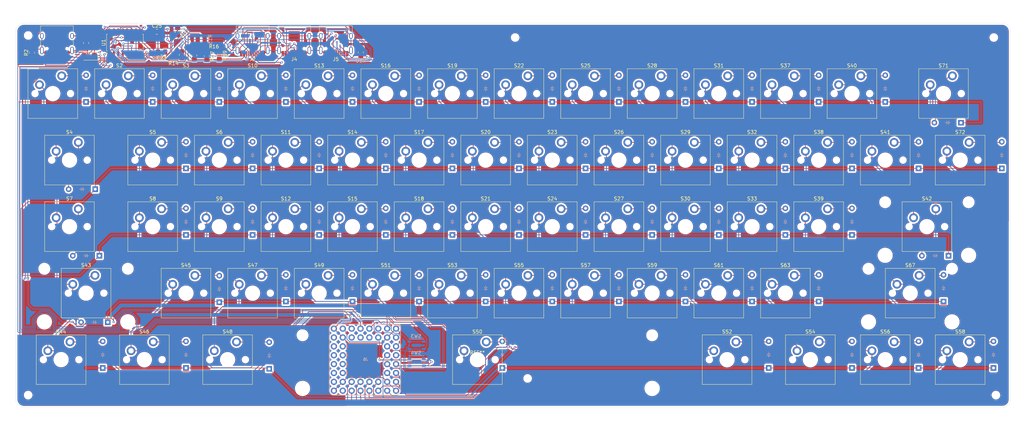
<source format=kicad_pcb>
(kicad_pcb (version 20240108) (generator "pcbnew") (generator_version "8.0")
  (title_block (title "MX Keyboard") (rev "V1.0") (company "Ronit Dsilva") (comment 1 "0.2mm Clearance"))
  (layers (0 "F.Cu" signal) (31 "B.Cu" signal) (34 "B.Paste" user) (35 "F.Paste" user) (36 "B.SilkS" user "B.Silkscreen") (37 "F.SilkS" user "F.Silkscreen") (38 "B.Mask" user) (39 "F.Mask" user) (44 "Edge.Cuts" user))
  (net 0 "")
  (net 1 "Net-(D1-A)")
  (net 2 "row0")
  (net 3 "Net-(D2-A)")
  (net 4 "Net-(D3-A)")
  (net 5 "Net-(D4-A)")
  (net 6 "row1")
  (net 7 "Net-(D5-A)")
  (net 8 "Net-(D6-A)")
  (net 9 "Net-(D7-A)")
  (net 10 "row2")
  (net 11 "Net-(D8-A)")
  (net 12 "Net-(D9-A)")
  (net 13 "Net-(D10-A)")
  (net 14 "Net-(D11-A)")
  (net 15 "Net-(D12-A)")
  (net 16 "Net-(D13-A)")
  (net 17 "Net-(D14-A)")
  (net 18 "Net-(D15-A)")
  (net 19 "Net-(D16-A)")
  (net 20 "Net-(D17-A)")
  (net 21 "Net-(D18-A)")
  (net 22 "Net-(D19-A)")
  (net 23 "Net-(D20-A)")
  (net 24 "Net-(D21-A)")
  (net 25 "Net-(D22-A)")
  (net 26 "Net-(D23-A)")
  (net 27 "Net-(D24-A)")
  (net 28 "Net-(D25-A)")
  (net 29 "Net-(D26-A)")
  (net 30 "Net-(D27-A)")
  (net 31 "Net-(D28-A)")
  (net 32 "Net-(D29-A)")
  (net 33 "Net-(D30-A)")
  (net 34 "Net-(D31-A)")
  (net 35 "Net-(D32-A)")
  (net 36 "Net-(D33-A)")
  (net 37 "Net-(D37-A)")
  (net 38 "Net-(D38-A)")
  (net 39 "Net-(D39-A)")
  (net 40 "Net-(D40-A)")
  (net 41 "Net-(D41-A)")
  (net 42 "Net-(D42-A)")
  (net 43 "row3")
  (net 44 "Net-(D43-A)")
  (net 45 "Net-(D44-A)")
  (net 46 "row4")
  (net 47 "Net-(D45-A)")
  (net 48 "Net-(D46-A)")
  (net 49 "Net-(D47-A)")
  (net 50 "Net-(D48-A)")
  (net 51 "Net-(D49-A)")
  (net 52 "Net-(D50-A)")
  (net 53 "Net-(D51-A)")
  (net 54 "Net-(D52-A)")
  (net 55 "Net-(D53-A)")
  (net 56 "Net-(D54-A)")
  (net 57 "Net-(D55-A)")
  (net 58 "Net-(D56-A)")
  (net 59 "Net-(D57-A)")
  (net 60 "Net-(D58-A)")
  (net 61 "Net-(D59-A)")
  (net 62 "Net-(D61-A)")
  (net 63 "Net-(D63-A)")
  (net 64 "Net-(D67-A)")
  (net 65 "Net-(D71-A)")
  (net 66 "Net-(D72-A)")
  (net 67 "col0")
  (net 68 "col1")
  (net 69 "col2")
  (net 70 "col3")
  (net 71 "col4")
  (net 72 "col5")
  (net 73 "col6")
  (net 74 "col7")
  (net 75 "col8")
  (net 76 "col9")
  (net 77 "col10")
  (net 78 "col11")
  (net 79 "col12")
  (net 80 "col13")
  (net 81 "Net-(U1-VDD3)")
  (net 82 "Net-(U1-VDD18)")
  (net 83 "Net-(D34-A)")
  (net 85 "/USB_D-")
  (net 87 "/USB_D+")
  (net 88 "Net-(J1-CC2)")
  (net 89 "Net-(J1-CC1)")
  (net 90 "Net-(J2-CC2)")
  (net 91 "/D1+")
  (net 92 "/D1-")
  (net 95 "Net-(J2-CC1)")
  (net 96 "Net-(J4-CC1)")
  (net 97 "/D2-")
  (net 99 "Net-(J4-CC2)")
  (net 101 "/D2+")
  (net 102 "/D3-")
  (net 104 "Net-(J5-CC1)")
  (net 106 "/D3+")
  (net 107 "Net-(J5-CC2)")
  (net 109 "USBC_GND")
  (net 110 "/USBC_VBUS")
  (net 114 "/D4+")
  (net 122 "Net-(J6-RUN)")
  (net 124 "Net-(J6-BOOTSEL)")
  (net 128 "/D4-")
  (footprint "Resistor_SMD:R_0805_2012Metric_Pad1.20x1.40mm_HandSolder" (layer "F.Cu") (at 105.37075 110.949375 -90)
    (property "Reference" "R1" (hide yes))
    (property "Value" "5.1K" (hide yes))
  )
  (footprint "ScottoKeebs_MX:MX_PCB_2.75u" (layer "F.Cu") (at 341.1145 182.5775)
    (property "Reference" "S67")
    (property "Value" "shiftright")
  )
  (footprint "Resistor_SMD:R_0805_2012Metric_Pad1.20x1.40mm_HandSolder" (layer "F.Cu") (at 89.892625 113.711875 90)
    (property "Reference" "R2")
    (property "Value" "5.1K" (hide yes))
  )
  (footprint "ScottoKeebs_MX:MX_PCB_1.00u" (layer "F.Cu") (at 248.24575 182.5775)
    (property "Reference" "S57")
    (property "Value" "m")
  )
  (footprint "ScottoKeebs_MX:MX_PCB_1.00u" (layer "F.Cu") (at 210.14575 125.4275)
    (property "Reference" "S19")
    (property "Value" "6")
  )
  (footprint "Package_SO:SOIC-16_4.55x10.3mm_P1.27mm" (layer "F.Cu") (at 116.48325 110.818125 90)
    (property "Reference" "U1")
    (property "Value" "SL2.1A")
  )
  (footprint "ScottoKeebs_MX:MX_PCB_1.75u" (layer "F.Cu") (at 350.6395 125.4275)
    (property "Reference" "S71")
    (property "Value" "backspace")
  )
  (footprint "ScottoKeebs_MX:MX_PCB_1.00u" (layer "F.Cu") (at 333.97075 201.6275)
    (property "Reference" "S56")
    (property "Value" "page")
  )
  (footprint "MountingHole:MountingHole_2.1mm" (layer "F.Cu") (at 228.100375 109.377875)
    (property "Reference" "REF**" (hide yes))
    (property "Value" "MountingHole_2.1mm")
  )
  (footprint "ScottoKeebs_MX:MX_PCB_1.00u" (layer "F.Cu") (at 181.57075 163.5275)
    (property "Reference" "S15")
    (property "Value" "f")
  )
  (footprint "ScottoKeebs_MX:MX_PCB_6.25u" (layer "F.Cu") (at 217.2895 201.6275)
    (property "Reference" "S50")
    (property "Value" "space")
  )
  (footprint "ScottoKeebs_MX:MX_PCB_1.00u" (layer "F.Cu") (at 314.92075 144.4775)
    (property "Reference" "S38")
    (property "Value" "[")
  )
  (footprint "MountingHole:MountingHole_2.1mm" (layer "F.Cu") (at 365.02225 109.377875)
    (property "Reference" "REF**" (hide yes))
    (property "Value" "MountingHole_2.1mm")
  )
  (footprint "ScottoKeebs_MX:MX_PCB_1.00u" (layer "F.Cu") (at 324.44575 125.4275)
    (property "Reference" "S40")
    (property "Value" "=")
  )
  (footprint "ScottoKeebs_MX:MX_PCB_1.00u" (layer "F.Cu") (at 276.82075 163.5275)
    (property "Reference" "S30")
    (property "Value" "l")
  )
  (footprint "ScottoKeebs_MX:MX_PCB_1.25u" (layer "F.Cu") (at 122.0395 201.6275)
    (property "Reference" "S46")
    (property "Value" "windows")
  )
  (footprint "MountingHole:MountingHole_2.1mm" (layer "F.Cu") (at 88.797014 211.771622)
    (property "Reference" "REF**" (hide yes))
    (property "Value" "MountingHole_2.1mm")
  )
  (footprint "Resistor_SMD:R_0805_2012Metric_Pad1.20x1.40mm_HandSolder" (layer "F.Cu") (at 136.327 114.52125 90)
    (property "Reference" "R16")
    (property "Value" "56K")
  )
  (footprint "ScottoKeebs_MX:MX_PCB_2.00u" (layer "F.Cu") (at 105.37075 182.5775)
    (property "Reference" "S43")
    (property "Value" "shift")
  )
  (footprint "ScottoKeebs_MX:MX_PCB_1.00u" (layer "F.Cu") (at 276.82075 144.4775)
    (property "Reference" "S29")
    (property "Value" "o")
  )
  (footprint "ScottoKeebs_MX:MX_PCB_1.00u" (layer "F.Cu") (at 314.92075 163.5275)
    (property "Reference" "S39")
    (property "Value" "'")
  )
  (footprint "Connector_USB:USB_C_Receptacle_HRO_TYPE-C-31-M-12" (layer "F.Cu") (at 164.902 109.949375 180)
    (property "Reference" "J4")
    (property "Value" "USB_C_Receptacle_USB2.0")
  )
  (footprint "ScottoKeebs_MX:MX_PCB_1.00u" (layer "F.Cu") (at 172.04575 125.4275)
    (property "Reference" "S13")
    (property "Value" "4")
  )
  (footprint "MountingHole:MountingHole_2.1mm" (layer "F.Cu") (at 365.617559 211.771622)
    (property "Reference" "REF**" (hide yes))
    (property "Value" "MountingHole_2.1mm")
  )
  (footprint "ScottoKeebs_MX:MX_PCB_1.00u" (layer "F.Cu") (at 229.19575 182.5775)
    (property "Reference" "S55")
    (property "Value" "n")
  )
  (footprint "ScottoKeebs_MX:MX_PCB_1.00u" (layer "F.Cu") (at 114.89575 125.4275)
    (property "Reference" "S2")
    (property "Value" "1")
  )
  (footprint "ScottoKeebs_MX:MX_PCB_1.00u" (layer "F.Cu") (at 191.09575 125.4275)
    (property "Reference" "S16")
    (property "Value" "5")
  )
  (footprint "Capacitor_SMD:C_0805_2012Metric_Pad1.18x1.45mm_HandSolder" (layer "F.Cu") (at 131.5645 107.72125 -90)
    (property "Reference" "C24")
    (property "Value" "10uF")
  )
  (footprint "ScottoKeebs_MX:MX_PCB_1.00u" (layer "F.Cu") (at 219.67075 144.4775)
    (property "Reference" "S20")
    (property "Value" "y")
  )
  (footprint "ScottoKeebs_MX:MX_PCB_1.00u" (layer "F.Cu") (at 295.87075 163.5275)
    (property "Reference" "S33")
    (property "Value" ";")
  )
  (footprint "Resistor_SMD:R_0805_2012Metric_Pad1.20x1.40mm_HandSolder" (layer "F.Cu") (at 138.303607 109.94937)
    (property "Reference" "R15")
    (property "Value" "56K")
  )
  (footprint "ScottoKeebs_MX:MX_PCB_1.00u" (layer "F.Cu") (at 143.47075 144.4775)
    (property "Reference" "S6")
    (property "Value" "w")
  )
  (footprint "Connector_USB:USB_C_Receptacle_HRO_TYPE-C-31-M-12" (layer "F.Cu") (at 152.99575 109.949375 180)
    (property "Reference" "J2")
    (property "Value" "USB_C_Receptacle_USB2.0")
  )
  (footprint "ScottoKeebs_MX:MX_PCB_1.00u" (layer "F.Cu") (at 181.57075 144.4775)
    (property "Reference" "S14")
    (property "Value" "r")
  )
  (footprint "ScottoKeebs_MX:MX_PCB_2.25u" (layer "F.Cu") (at 345.877 163.5275)
    (property "Reference" "S42")
    (property "Value" "enter")
  )
  (footprint "ScottoKeebs_MX:MX_PCB_1.00u" (layer "F.Cu") (at 133.94575 125.4275)
    (property "Reference" "S3")
    (property "Value" "2")
  )
  (footprint "ScottoKeebs_MX:MX_PCB_1.50u" (layer "F.Cu") (at 100.60825 163.5275)
    (property "Reference" "S7")
    (property "Value" "caps")
  )
  (footprint "Resistor_SMD:R_0805_2012Metric_Pad1.20x1.40mm_HandSolder" (layer "F.Cu") (at 183.952 113.661875 -90)
    (property "Reference" "R18")
    (property "Value" "56K")
  )
  (footprint "ScottoKeebs_MX:MX_PCB_1.25u" (layer "F.Cu") (at 288.727 201.6275)
    (property "Reference" "S52")
    (property "Value" "altright")
  )
  (footprint "Connector_USB:USB_C_Receptacle_HRO_TYPE-C-31-M-12" (layer "F.Cu") (at 176.80825 109.949375 180)
    (property "Reference" "J5")
    (property "Value" "USB_C_Receptacle_USB2.0")
  )
  (footprint "ScottoKeebs_MX:MX_PCB_1.00u" (layer "F.Cu") (at 200.62075 163.5275)
    (property "Reference" "S18")
    (property "Value" "g")
  )
  (footprint "ScottoKeebs_MX:MX_PCB_1.25u" (layer "F.Cu") (at 98.227 201.6275)
    (property "Reference" "S44")
    (property "Value" "ctrl")
  )
  (footprint "ScottoKeebs_MX:MX_PCB_1.25u" (layer "F.Cu") (at 355.402 201.6275)
    (property "Reference" "S58")
    (property "Value" "ctrlright")
  )
  (footprint "ScottoKeebs_MX:MX_PCB_1.00u" (layer "F.Cu") (at 191.09575 182.5775)
    (property "Reference" "S51")
    (property "Value" "v" (hide yes))
  )
  (footprint "ScottoKeebs_MX:MX_PCB_1.00u" (layer "F.Cu") (at 143.47075 163.5275)
    (property "Reference" "S9")
    (property "Value" "s")
  )
  (footprint "ScottoKeebs_Stabilizer:Stabilizer_MX_2.00u" (layer "F.Cu") (at 341.1145 182.5775)
    (property "Reference" "REF**" (hide yes))
    (property "Value" "Stabilizer_MX_2.00u" (hide yes))
  )
  (footprint "ScottoKeebs_MX:MX_PCB_1.00u" (layer "F.Cu") (at 219.67075 163.5275)
    (property "Reference" "S21")
    (property "Value" "h")
  )
  (footprint "ScottoKeebs_MX:MX_PCB_1.00u" (layer "F.Cu") (at 162.52075 163.5275)
    (property "Reference" "S12")
    (property "Value" "d")
  )
  (footprint "ScottoKeebs_MX:MX_PCB_1.00u" (layer "F.Cu") (at 286.34575 125.4275)
    (property "Reference" "S31")
    (property "Value" "0")
  )
  (footprint "ScottoKeebs_MX:MX_PCB_1.00u" (layer "F.Cu") (at 333.97075 144.4775)
    (property "Reference" "S41")
    (property "Value" "]")
  )
  (footprint "ScottoKeebs_MX:MX_PCB_1.00u" (layer "F.Cu") (at 305.39575 182.5775)
    (property "Reference" "S63")
    (property "Value" "/")
  )
  (footprint "ScottoKeebs_MX:MX_PCB_1.00u" (layer "F.Cu") (at 238.72075 144.4775)
    (property "Reference" "S23")
    (property "Value" "u")
  )
  (footprint "ScottoKeebs_MX:MX_PCB_1.25u" (layer "F.Cu") (at 145.852 201.6275)
    (property "Reference" "S48")
    (property "Value" "alt")
  )
  (footprint "ScottoKeebs_MX:MX_PCB_1.00u" (layer "F.Cu") (at 162.52075 144.4775)
    (property "Reference" "S11")
    (property "Value" "e")
  )
  (footprint "ScottoKeebs_MX:MX_PCB_1.00u" (layer "F.Cu") (at 257.77075 163.5275)
    (property "Reference" "S27")
    (property "Value" "k")
  )
  (footprint "ScottoKeebs_MX:MX_PCB_1.25u" (layer "F.Cu") (at 312.5395 201.6275)
    (property "Reference" "S54")
    (property "Value" "windowsright")
  )
  (footprint "ScottoKeebs_MX:MX_PCB_1.00u" (layer "F.Cu") (at 229.19575 125.4275)
    (property "Reference" "S22")
    (property "Value" "7")
  )
  (footprint "ScottoKeebs_Stabilizer:Stabilizer_MX_2.00u" (layer "F.Cu") (at 345.877 163.5275)
    (property "Reference" "REF**" (hide yes))
    (property "Value" "Stabilizer_MX_2.00u" (hide yes))
  )
  (footprint "Connector_USB:USB_C_Receptacle_HRO_TYPE-C-31-M-12" (layer "F.Cu") (at 97.036375 109.949375 180)
    (property "Reference" "J1" (hide yes))
    (property "Value" "USB_C_Receptacle_USB2.0")
  )
  (footprint "ScottoKeebs_Stabilizer:Stabilizer_MX_2.00u" (layer "F.Cu") (at 105.37075 182.5775)
    (property "Reference" "REF**" (hide yes))
    (property "Value" "Stabilizer_MX_2.00u" (hide yes))
  )
  (footprint "Capacitor_SMD:C_0805_2012Metric_Pad1.18x1.45mm_HandSolder" (layer "F.Cu") (at 126.955125 113.52125 180)
    (property "Reference" "C23")
    (property "Value" "10uF")
  )
  (footprint "ScottoKeebs_MX:MX_PCB_1.00u" (layer "F.Cu") (at 257.77075 144.4775)
    (property "Reference" "S26")
    (property "Value" "i")
  )
  (footprint "ScottoKeebs_MX:MX_PCB_1.00u" (layer "F.Cu") (at 267.29575 125.4275)
    (property "Reference" "S28")
    (property "Value" "9")
  )
  (footprint "Resistor_SMD:R_0805_2012Metric_Pad1.20x1.40mm_HandSolder" (layer "F.Cu") (at 132.755125 114.330625 -90)
    (property "Reference" "R14")
    (property "Value" "56K")
  )
  (footprint "ScottoKeebs_MX:MX_PCB_1.00u" (layer "F.Cu") (at 238.72075 163.5275)
    (property "Reference" "S24")
    (property "Value" "j")
  )
  (footprint "ScottoKeebs_MX:MX_PCB_1.00u" (layer "F.Cu") (at 286.34575 182.5775)
    (property "Reference" "S61")
    (property "Value" ".")
  )
  (footprint "MountingHole:MountingHole_2.1mm" (layer "F.Cu") (at 88.797014 108.782473)
    (property "Reference" "REF**" (hide yes))
    (property "Value" "MountingHole_2.1mm")
  )
  (footprint "ScottoKeebs_MX:MX_PCB_1.25u" (layer "F.Cu") (at 355.402 144.4775)
    (property "Reference" "S72")
    (property "Value" "\\")
  )
  (footprint "ScottoKeebs_MX:MX_PCB_1.00u" (layer "F.Cu") (at 133.94575 182.5775)
    (property "Reference" "S45")
    (property "Value" "z")
  )
  (footprint "ScottoKeebs_MX:MX_PCB_1.00u" (layer "F.Cu") (at 124.42075 144.4775)
    (property "Reference" "S5")
    (property "Value" "q")
  )
  (footprint "MountingHole:MountingHole_2.1mm" (layer "F.Cu") (at 231.67225 207.009125)
    (property "Reference" "REF**" (hide yes))
    (property "Value" "MountingHole_2.1mm")
  )
  (footprint "ScottoKeebs_Stabilizer:Stabilizer_MX_6.25u" (layer "F.Cu") (at 217.2895 201.6275)
    (property "Reference" "REF**")
    (property "Value" "Stabilizer_MX_6.25u")
  )
  (footprint "ScottoKeebs_MX:MX_PCB_1.00u" (layer "F.Cu") (at 295.87075 144.4775)
    (property "Reference" "S32")
    (property "Value" "p")
  )
  (footprint "Capacitor_SMD:C_0805_2012Metric_Pad1.18x1.45mm_HandSolder" (layer "F.Cu") (at 125.611375 107.72125)
    (property "Reference" "C25")
    (property "Value" "100nF")
  )
  (footprint "ScottoKeebs_MX:MX_PCB_1.00u" (layer "F.Cu") (at 210.14575 182.5775)
    (property "Reference" "S53")
    (property "Value" "b")
  )
  (footprint "ScottoKeebs_MX:MX_PCB_1.00u" (layer "F.Cu") (at 124.42075 163.5275)
    (property "Reference" "S8")
    (property "Value" "a")
  )
  (footprint "ScottoKeebs_MX:MX_PCB_1.00u" (layer "F.Cu") (at 95.84575 125.4275)
    (property "Reference" "S1" (hide yes))
    (property "Value" "esc")
  )
  (footprint "ScottoKeebs_MX:MX_PCB_1.00u" (layer "F.Cu") (at 248.24575 125.4275)
    (property "Reference" "S25")
    (property "Value" "8")
  )
  (footprint "ScottoKeebs_MX:MX_PCB_1.00u" (layer "F.Cu") (at 152.99575 182.5775)
    (property "Reference" "S47")
    (property "Value" "x")
  )
  (footprint "ScottoKeebs_MX:MX_PCB_1.00u" (layer "F.Cu") (at 305.39575 125.4275)
    (property "Reference" "S37")
    (property "Value" "-")
  )
  (footprint "Resistor_SMD:R_0805_2012Metric_Pad1.20x1.40mm_HandSolder" (layer "F.Cu") (at 139.898875 114.711875 -90)
    (property "Reference" "R17")
    (property "Value" "56K")
  )
  (footprint "ScottoKeebs_MX:MX_PCB_1.00u" (layer "F.Cu") (at 172.04575 182.5775)
    (property "Reference" "S49")
    (property "Value" "c")
  )
  (footprint "ScottoKeebs_MX:MX_PCB_1.00u" (layer "F.Cu") (at 267.29575 182.5775)
    (property "Reference" "S59")
    (property "Value" ",")
  )
  (footprint "ScottoKeebs_MX:MX_PCB_1.00u" (layer "F.Cu") (at 200.62075 144.4775)
    (property "Reference" "S17")
    (property "Value" "t")
  )
  (footprint "ScottoKeebs_MX:MX_PCB_1.00u" (layer "F.Cu") (at 152.99575 125.4275)
    (property "Reference" "S10")
    (property "Value" "3")
  )
  (footprint "Resistor_SMD:R_0805_2012Metric_Pad1.20x1.40mm_HandSolder" (layer "F.Cu") (at 143.47075 114.52125 -90)
    (property "Reference" "R19")
    (property "Value" "56K")
  )
  (footprint "Diode_SMD:D_1206_3216Metric_Pad1.42x1.75mm_HandSolder" (layer "F.Cu") (at 106.2645 114.711875 180)
    (property "Reference" "D34" (hide yes))
    (property "Value" "SD1206T020S1R0" (hide yes))
  )
  (footprint "ScottoKeebs_MX:MX_PCB_1.50u" (layer "F.Cu") (at 100.60825 144.4775)
    (property "Reference" "S4")
    (property "Value" "tab")
  )
  (footprint "ScottoKeebs_Components:Diode_DO-35" (layer "B.Cu") (at 267.29575 146.85875 90)
    (property "Reference" "D26" (hide yes))
    (property "Value" "Diode" (hide yes))
  )
  (footprint "ScottoKeebs_Components:Diode_DO-35" (layer "B.Cu") (at 324.44575 165.90875 90)
    (property "Reference" "D39" (hide yes))
    (property "Value" "Diode" (hide yes))
  )
  (footprint "ScottoKeebs_Components:Diode_DO-35" (layer "B.Cu") (at 324.44575 146.85875 90)
    (property "Reference" "D38" (hide yes))
    (property "Value" "Diode" (hide yes))
  )
  (footprint "ScottoKeebs_Components:Diode_DO-35" (layer "B.Cu") (at 364.927 204.00875 90)
    (property "Reference" "D58" (hide yes))
    (property "Value" "Diode" (hide yes))
  )
  (footprint "ScottoKeebs_Components:Diode_DO-35" (layer "B.Cu") (at 295.87075 184.95875 90)
    (property "Reference" "D61" (hide yes))
    (property "Value" "Diode" (hide yes))
  )
  (footprint "ScottoKeebs_Components:Diode_DO-35" (layer "B.Cu") (at 286.34575 146.85875 90)
    (property "Reference" "D29" (hide yes))
    (property "Value" "Diode" (hide yes))
  )
  (footprint "ScottoKeebs_Components:Diode_DO-35" (layer "B.Cu") (at 305.39575 165.90875 90)
    (property "Reference" "D33" (hide yes))
    (property "Value" "Diode" (hide yes))
  )
  (footprint "ScottoKeebs_Components:Diode_DO-35" (layer "B.Cu") (at 152.99575 146.85875 90)
    (property "Reference" "D6" (hide yes))
    (property "Value" "Diode" (hide yes))
  )
  (footprint "ScottoKeebs_Components:Diode_DO-35" (layer "B.Cu") (at 143.47075 127.80875 90)
    (property "Reference" "D3" (hide yes))
    (property "Value" "Diode" (hide yes))
  )
  (footprint "ScottoKeebs_Components:Diode_DO-35" (layer "B.Cu") (at 305.39575 146.85875 90)
    (property "Reference" "D32" (hide yes))
    (property "Value" "Diode" (hide yes))
  )
  (footprint "ScottoKeebs_Components:Diode_DO-35" (layer "B.Cu") (at 107.990125 152.811875 180)
    (property "Reference" "D4" (hide yes))
    (property "Value" "Diode" (hide yes))
  )
  (footprint "ScottoKeebs_Components:Diode_DO-35" (layer "B.Cu") (at 181.57075 184.95875 90)
    (property "Reference" "D49" (hide yes))
    (property "Value" "Diode" (hide yes))
  )
  (footprint "ScottoKeebs_Components:Diode_DO-35" (layer "B.Cu") (at 257.77075 127.80875 90)
    (property "Reference" "D25" (hide yes))
    (property "Value" "Diode" (hide yes))
  )
  (footprint "ScottoKeebs_Components:Diode_DO-35" (layer "B.Cu") (at 333.97075 127.80875 90)
    (property "Reference" "D40" (hide yes))
    (property "Value" "Diode" (hide yes))
  )
  (footprint "ScottoKeebs_Components:Diode_DO-35" (layer "B.Cu") (at 133.94575 204.00875 90)
    (property "Reference" "D46" (hide yes))
    (property "Value" "Diode" (hide yes))
  )
  (footprint "ScottoKeebs_Components:Diode_DO-35" (layer "B.Cu") (at 133.94575 146.85875 90)
    (property "Reference" "D5" (hide yes))
    (property "Value" "Diode" (hide yes))
  )
  (footprint "ScottoKeebs_Components:Diode_DO-35" (layer "B.Cu") (at 172.04575 165.90875 90)
    (property "Reference" "D12" (hide yes))
    (property "Value" "Diode" (hide yes))
  )
  (footprint "ScottoKeebs_Components:Diode_DO-35" (layer "B.Cu") (at 257.77075 184.95875 90)
    (property "Reference" "D57" (hide yes))
    (property "Value" "Diode" (hide yes))
  )
  (footprint "footprints:PGA2040_PTH_NO_SLOT" (layer "B.Cu") (at 185.142625 201.6275 180)
    (property "Reference" "J6")
    (property "Value" "PGA2040")
  )
  (footprint "ScottoKeebs_Components:Diode_DO-35" (layer "B.Cu") (at 248.24575 165.90875 90)
    (property "Reference" "D24" (hide yes))
    (property "Value" "Diode" (hide yes))
  )
  (footprint "ScottoKeebs_Components:Diode_DO-35" (layer "B.Cu") (at 276.82075 184.95875 90)
    (property "Reference" "D59" (hide yes))
    (property "Value" "Diode" (hide yes))
  )
  (footprint "ScottoKeebs_Components:Diode_DO-35" (layer "B.Cu") (at 143.47075 185.196875 90)
    (property "Reference" "D45" (hide yes))
    (property "Value" "Diode" (hide yes))
  )
  (footprint "ScottoKeebs_Components:Diode_DO-35" (layer "B.Cu") (at 105.37075 127.80875 90)
    (property "Reference" "D1" (hide yes))
    (property "Value" "Diode" (hide yes))
  )
  (footprint "ScottoKeebs_Components:Diode_DO-35" (layer "B.Cu") (at 219.67075 184.95875 90)
    (property "Reference" "D53" (hide yes))
    (property "Value" "Diode" (hide yes))
  )
  (footprint "ScottoKeebs_Components:Diode_DO-35" (layer "B.Cu") (at 343.49575 204.00875 90)
    (property "Reference" "D56" (hide yes))
    (property "Value" "Diode" (hide yes))
  )
  (footprint "ScottoKeebs_Components:Diode_DO-35" (layer "B.Cu") (at 286.34575 165.90875 90)
    (property "Reference" "D30" (hide yes))
    (property "Value" "Diode" (hide yes))
  )
  (footprint "ScottoKeebs_Components:Diode_DO-35" (layer "B.Cu") (at 110.13325 204.00875 90)
    (property "Reference" "D44" (hide yes))
    (property "Value" "Diode" (hide yes))
  )
  (footprint "ScottoKeebs_Components:Diode_DO-35" (layer "B.Cu") (at 367.30825 146.85875 90)
    (property "Reference" "D72" (hide yes))
    (property "Value" "Diode" (hide yes))
  )
  (footprint "ScottoKeebs_Components:Diode_DO-35" (layer "B.Cu") (at 229.19575 146.85875 90)
    (property "Reference" "D20" (hide yes))
    (property "Value" "Diode" (hide yes))
  )
  (footprint "ScottoKeebs_Components:Diode_DO-35" (layer "B.Cu") (at 162.52075 184.95875 90)
    (property "Reference" "D47" (hide yes))
    (property "Value" "Diode" (hide yes))
  )
  (footprint "ScottoKeebs_Components:Diode_DO-35" (layer "B.Cu") (at 172.04575 146.85875 90)
    (property "Reference" "D11" (hide yes))
    (property "Value" "Diode" (hide yes))
  )
  (footprint "ScottoKeebs_Components:Diode_DO-35" (layer "B.Cu") (at 111.562 190.911875 180)
    (property "Reference" "D43" (hide yes))
    (property "Value" "Diode" (hide yes))
  )
  (footprint "ScottoKeebs_Components:Diode_DO-35" (layer "B.Cu") (at 191.09575 165.90875 90)
    (property "Reference" "D15" (hide yes))
    (property "Value" "Diode" (hide yes))
  )
  (footprint "ScottoKeebs_Components:Diode_DO-35" (layer "B.Cu") (at 267.29575 165.90875 90)
    (property "Reference" "D27" (hide yes))
    (property "Value" "Diode" (hide yes))
  )
  (footprint "ScottoKeebs_Components:Diode_DO-35" (layer "B.Cu") (at 352.06825 171.861875 180)
    (property "Reference" "D42" (hide yes))
    (property "Value" "Diode" (hide yes))
  )
  (footprint "Button_Switch_SMD:SW_Push_1P1T_NO_Vertical_Wuerth_434133025816" (layer "B.Cu") (at 199.898875 197.524375 180)
    (property "Reference" "SW3")
    (property "Value" "RESET")
  )
  (footprint "ScottoKeebs_Components:Diode_DO-35" (layer "B.Cu") (at 210.14575 165.90875 90)
    (property "Reference" "D18" (hide yes))
    (property "Value" "Diode" (hide yes))
  )
  (footprint "Button_Switch_SMD:SW_Push_1P1T_NO_Vertical_Wuerth_434133025816" (layer "B.Cu") (at 199.898875 202.286875 180)
    (property "Reference" "SW4")
    (property "Value" "BOOTSEL")
  )
  (footprint "ScottoKeebs_Components:Diode_DO-35" (layer "B.Cu") (at 109.18075 171.861875 180)
    (property "Reference" "D7" (hide yes))
    (property "Value" "Diode" (hide yes))
  )
  (footprint "ScottoKeebs_Components:Diode_DO-35" (layer "B.Cu") (at 276.82075 127.80875 90)
    (property "Reference" "D28" (hide yes))
    (property "Value" "Diode" (hide yes))
  )
  (footprint "ScottoKeebs_Components:Diode_DO-35" (layer "B.Cu") (at 238.72075 127.80875 90)
    (property "Reference" "D22" (hide yes))
    (property "Value" "Diode" (hide yes))
  )
  (footprint "ScottoKeebs_Components:Diode_DO-35" (layer "B.Cu") (at 191.09575 146.85875 90)
    (property "Reference" "D14" (hide yes))
    (property "Value" "Diode" (hide yes))
  )
  (footprint "ScottoKeebs_Components:Diode_DO-35" (layer "B.Cu") (at 314.92075 184.95875 90)
    (property "Reference" "D63" (hide yes))
    (property "Value" "Diode" (hide yes))
  )
  (footprint "ScottoKeebs_Components:Diode_DO-35" (layer "B.Cu") (at 181.57075 127.80875 90)
    (property "Reference" "D13" (hide yes))
    (property "Value" "Diode" (hide yes))
  )
  (footprint "ScottoKeebs_Components:Diode_DO-35" (layer "B.Cu") (at 219.67075 127.80875 90)
    (property "Reference" "D19" (hide yes))
    (property "Value" "Diode" (hide yes))
  )
  (footprint "ScottoKeebs_Components:Diode_DO-35" (layer "B.Cu") (at 300.63325 204.00875 90)
    (property "Reference" "D52" (hide yes))
    (property "Value" "Diode" (hide yes))
  )
  (footprint "ScottoKeebs_Components:Diode_DO-35" (layer "B.Cu") (at 355.640125 133.761875 180)
    (property "Reference" "D71" (hide yes))
    (property "Value" "Diode" (hide yes))
  )
  (footprint "ScottoKeebs_Components:Diode_DO-35" (layer "B.Cu") (at 229.19575 165.90875 90)
    (property "Reference" "D21" (hide yes))
    (property "Value" "Diode" (hide yes))
  )
  (footprint "ScottoKeebs_Components:Diode_DO-35" (layer "B.Cu") (at 295.87075 127.80875 90)
    (property "Reference" "D31" (hide yes))
    (property "Value" "Diode" (hide yes))
  )
  (footprint "ScottoKeebs_Components:Diode_DO-35" (layer "B.Cu") (at 200.62075 184.95875 90)
    (property "Reference" "D51" (hide yes))
    (property "Value" "Diode" (hide yes))
  )
  (footprint "ScottoKeebs_Components:Diode_DO-35" (layer "B.Cu") (at 224.43325 204.00875 90)
    (property "Reference" "D50" (hide yes))
    (property "Value" "Diode" (hide yes))
  )
  (footprint "ScottoKeebs_Components:Diode_DO-35" (layer "B.Cu") (at 324.44575 204.00875 90)
    (property "Reference" "D54" (hide yes))
    (property "Value" "Diode" (hide yes))
  )
  (footprint "ScottoKeebs_Components:Diode_DO-35" (layer "B.Cu") (at 210.14575 146.85875 90)
    (property "Reference" "D17" (hide yes))
    (property "Value" "Diode" (hide yes))
  )
  (footprint "ScottoKeebs_Components:Diode_DO-35" (layer "B.Cu") (at 343.49575 146.85875 90)
    (property "Reference" "D41" (hide yes))
    (property "Value" "Diode" (hide yes))
  )
  (footprint "ScottoKeebs_Components:Diode_DO-35" (layer "B.Cu") (at 162.52075 127.80875 90)
    (property "Reference" "D10" (hide yes))
    (property "Value" "Diode" (hide yes))
  )
  (footprint "ScottoKeebs_Components:Diode_DO-35" (layer "B.Cu") (at 238.72075 184.95875 90)
    (property "Reference" "D55" (hide yes))
    (property "Value" "Diode" (hide yes))
  )
  (footprint "ScottoKeebs_Components:Diode_DO-35" (layer "B.Cu") (at 152.99575 165.90875 90)
    (property "Reference" "D9" (hide yes))
    (property "Value" "Diode" (hide yes))
  )
  (footprint "ScottoKeebs_Components:Diode_DO-35" (layer "B.Cu") (at 157.75825 204.246875 90)
    (property "Reference" "D48" (hide yes))
    (property "Value" "Diode" (hide yes))
  )
  (footprint "ScottoKeebs_Components:Diode_DO-35" (layer "B.Cu") (at 133.94575 165.90875 90)
    (property "Reference" "D8" (hide yes))
    (property "Value" "Diode" (hide yes))
  )
  (footprint "ScottoKeebs_Components:Diode_DO-35" (layer "B.Cu") (at 350.6395 184.95875 90)
    (property "Reference" "D67" (hide yes))
    (property "Value" "Diode" (hide yes))
  )
  (footprint "ScottoKeebs_Components:Diode_DO-35" (layer "B.Cu") (at 124.42075 127.80875 90)
    (property "Reference" "D2" (hide yes))
    (property "Value" "Diode" (hide yes))
  )
  (footprint "ScottoKeebs_Components:Diode_DO-35" (layer "B.Cu") (at 248.24575 146.85875 90)
    (property "Reference" "D23" (hide yes))
    (property "Value" "Diode" (hide yes))
  )
  (footprint "ScottoKeebs_Components:Diode_DO-35" (layer "B.Cu") (at 200.62075 127.80875 90)
    (property "Reference" "D16" (hide yes))
    (property "Value" "Diode" (hide yes))
  )
  (footprint "ScottoKeebs_Components:Diode_DO-35" (layer "B.Cu") (at 314.92075 127.80875 90)
    (property "Reference" "D37" (hide yes))
    (property "Value" "Diode" (hide yes))
  )
  (gr_line (start 369.78475 212.96225) (end 369.784511 107.639471) (stroke (width 0.05)) (layer "Edge.Cuts"))
  (gr_arc (start 87.606386 215.3435) (mid 85.922588 214.646048) (end 85.225136 212.96225) (stroke (width 0.05)) (layer "Edge.Cuts"))
  (gr_line (start 87.606386 215.3435) (end 367.4035 215.3435) (stroke (width 0.05)) (layer "Edge.Cuts"))
  (gr_arc (start 367.403261 105.258221) (mid 369.087059 105.955673) (end 369.784511 107.639471) (stroke (width 0.05)) (layer "Edge.Cuts"))
  (gr_line (start 367.403261 105.258221) (end 87.606386 105.258221) (stroke (width 0.05)) (layer "Edge.Cuts"))
  (gr_arc (start 85.225136 107.639471) (mid 85.922588 105.955673) (end 87.606386 105.258221) (stroke (width 0.05)) (layer "Edge.Cuts"))
  (gr_line (start 85.225136 107.639471) (end 85.225136 212.96225) (stroke (width 0.05)) (layer "Edge.Cuts"))
  (gr_arc (start 369.78475 212.96225) (mid 369.087297 214.646047) (end 367.4035 215.3435) (stroke (width 0.05)) (layer "Edge.Cuts"))
  (segment (start 98.38575 120.3475) (end 105.212 120.3475) (width 0.2) (layer "F.Cu") (net 1))
  (segment (start 105.212 120.3475) (end 105.37075 120.18875) (width 0.2) (layer "F.Cu") (net 1))
  (segment (start 125.481341 190.751625) (end 187.41675 190.751625) (width 0.2) (layer "B.Cu") (net 2))
  (segment (start 86.256886 127.80875) (end 86.225136 127.8405) (width 0.2) (layer "B.Cu") (net 2))
  (segment (start 361.355125 133.761875) (end 361.355125 127.80875) (width 0.2) (layer "B.Cu") (net 2))
  (segment (start 187.763625 193.23) (end 188.460125 193.9265) (width 0.2) (layer "B.Cu") (net 2))
  (segment (start 355.640125 133.761875) (end 361.355125 133.761875) (width 0.2) (layer "B.Cu") (net 2))
  (segment (start 361.355125 127.80875) (end 105.37075 127.80875) (width 0.2) (layer "B.Cu") (net 2))
  (segment (start 86.32075 193.4805) (end 122.752466 193.4805) (width 0.2) (layer "B.Cu") (net 2))
  (segment (start 187.41675 190.751625) (end 187.763625 191.0985) (width 0.2) (layer "B.Cu") (net 2))
  (segment (start 188.460125 193.9265) (end 192.681625 193.9265) (width 0.2) (layer "B.Cu") (net 2))
  (segment (start 105.37075 127.80875) (end 86.256886 127.80875) (width 0.2) (layer "B.Cu") (net 2))
  (segment (start 86.225136 127.8405) (end 86.32075 127.936114) (width 0.2) (layer "B.Cu") (net 2))
  (segment (start 122.752466 193.4805) (end 125.481341 190.751625) (width 0.2) (layer "B.Cu") (net 2))
  (segment (start 187.763625 191.0985) (end 187.763625 193.23) (width 0.2) (layer "B.Cu") (net 2))
  (segment (start 192.681625 193.9265) (end 194.032625 195.2775) (width 0.2) (layer "B.Cu") (net 2))
  (segment (start 86.32075 127.936114) (end 86.32075 193.4805) (width 0.2) (layer "B.Cu") (net 2))
  (segment (start 117.43575 120.3475) (end 124.262 120.3475) (width 0.2) (layer "F.Cu") (net 3))
  (segment (start 124.262 120.3475) (end 124.42075 120.18875) (width 0.2) (layer "F.Cu") (net 3))
  (segment (start 143.312 120.3475) (end 143.47075 120.18875) (width 0.2) (layer "F.Cu") (net 4))
  (segment (start 136.48575 120.3475) (end 143.312 120.3475) (width 0.2) (layer "F.Cu") (net 4))
  (segment (start 100.370125 148.133924) (end 103.14825 145.355799) (width 0.2) (layer "F.Cu") (net 5))
  (segment (start 103.14825 145.355799) (end 103.14825 139.3975) (width 0.2) (layer "F.Cu") (net 5))
  (segment (start 100.370125 152.811875) (end 100.370125 148.133924) (width 0.2) (layer "F.Cu") (net 5))
  (segment (start 118.279624 188.4586) (end 116.337875 188.4586) (width 0.2) (layer "B.Cu") (net 6))
  (segment (start 190.120279 191.5485) (end 191.985125 191.5485) (width 0.2) (layer "B.Cu") (net 6))
  (segment (start 86.72075 158.4285) (end 88.7655 156.38375) (width 0.2) (layer "B.Cu") (net 6))
  (segment (start 122.58678 193.0805) (end 119.84875 193.0805) (width 0.2) (layer "B.Cu") (net 6))
  (segment (start 119.84875 190.027726) (end 118.279624 188.4586) (width 0.2) (layer "B.Cu") (net 6))
  (segment (start 107.990125 151.383125) (end 112.5145 146.85875) (width 0.2) (layer "B.Cu") (net 6))
  (segment (start 95.97275 193.0805) (end 95.97275 190.027725) (width 0.2) (layer "B.Cu") (net 6))
  (segment (start 112.5145 146.85875) (end 367.30825 146.85875) (width 0.2) (layer "B.Cu") (net 6))
  (segment (start 192.681625 193.23) (end 193.540125 194.0885) (width 0.2) (layer "B.Cu") (net 6))
  (segment (start 92.461875 188.4586) (end 90.76575 190.154725) (width 0.2) (layer "B.Cu") (net 6))
  (segment (start 191.985125 191.5485) (end 192.681625 192.245) (width 0.2) (layer "B.Cu") (net 6))
  (segment (start 193.540125 194.0885) (end 194.525125 194.0885) (width 0.2) (layer "B.Cu") (net 6))
  (segment (start 125.315655 190.351625) (end 122.58678 193.0805) (width 0.2) (layer "B.Cu") (net 6))
  (segment (start 95.97275 190.027725) (end 94.403625 188.4586) (width 0.2) (layer "B.Cu") (net 6))
  (segment (start 88.7655 156.38375) (end 104.41825 156.38375) (width 0.2) (layer "B.Cu") (net 6))
  (segment (start 114.89575 193.0805) (end 95.97275 193.0805) (width 0.2) (layer "B.Cu") (net 6))
  (segment (start 104.41825 156.38375) (end 107.990125 152.811875) (width 0.2) (layer "B.Cu") (net 6))
  (segment (start 114.96485 193.0114) (end 114.89575 193.0805) (width 0.2) (layer "B.Cu") (net 6))
  (segment (start 188.923404 190.351625) (end 125.315655 190.351625) (width 0.2) (layer "B.Cu") (net 6))
  (segment (start 90.76575 193.0805) (end 86.72075 193.0805) (width 0.2) (layer "B.Cu") (net 6))
  (segment (start 90.76575 190.154725) (end 90.76575 193.0805) (width 0.2) (layer "B.Cu") (net 6))
  (segment (start 107.990125 152.811875) (end 107.990125 151.383125) (width 0.2) (layer "B.Cu") (net 6))
  (segment (start 114.96485 189.831625) (end 114.96485 193.0114) (width 0.2) (layer "B.Cu") (net 6))
  (segment (start 188.923404 190.351625) (end 190.120279 191.5485) (width 0.2) (layer "B.Cu") (net 6))
  (segment (start 192.681625 192.245) (end 192.681625 193.23) (width 0.2) (layer "B.Cu") (net 6))
  (segment (start 195.221625 196.6285) (end 194.032625 197.8175) (width 0.2) (layer "B.Cu") (net 6))
  (segment (start 86.72075 193.0805) (end 86.72075 158.4285) (width 0.2) (layer "B.Cu") (net 6))
  (segment (start 119.84875 193.0805) (end 119.84875 190.027726) (width 0.2) (layer "B.Cu") (net 6))
  (segment (start 94.403625 188.4586) (end 92.461875 188.4586) (width 0.2) (layer "B.Cu") (net 6))
  (segment (start 116.337875 188.4586) (end 114.96485 189.831625) (width 0.2) (layer "B.Cu") (net 6))
  (segment (start 195.221625 194.785) (end 195.221625 196.6285) (width 0.2) (layer "B.Cu") (net 6))
  (segment (start 194.525125 194.0885) (end 195.221625 194.785) (width 0.2) (layer "B.Cu") (net 6))
  (segment (start 126.96075 139.3975) (end 133.787 139.3975) (width 0.2) (layer "F.Cu") (net 7))
  (segment (start 133.787 139.3975) (end 133.94575 139.23875) (width 0.2) (layer "F.Cu") (net 7))
  (segment (start 146.1695 139.3975) (end 152.99575 139.3975) (width 0.2) (layer "F.Cu") (net 8))
  (segment (start 152.99575 139.3975) (end 153.1545 139.23875) (width 0.2) (layer "F.Cu") (net 8))
  (segment (start 103.14825 170.274375) (end 103.14825 158.4475) (width 0.2) (layer "F.Cu") (net 9))
  (segment (start 101.56075 171.861875) (end 103.14825 170.274375) (width 0.2) (layer "F.Cu") (net 9))
  (segment (start 96.37275 192.6805) (end 114.56485 192.6805) (width 0.2) (layer "B.Cu") (net 10))
  (segment (start 120.24875 189.8355) (end 120.24875 192.6805) (width 0.2) (layer "B.Cu") (net 10))
  (segment (start 204.027038 192.502564) (end 207.364602 192.502564) (width 0.2) (layer "B.Cu") (net 10))
  (segment (start 87.17875 177.4665) (end 87.17875 192.5605) (width 0.2) (layer "B.Cu") (net 10))
  (segment (start 122.421094 192.6805) (end 125.149969 189.951625) (width 0.2) (layer "B.Cu") (net 10))
  (segment (start 92.443289 187.9115) (end 94.44875 187.9115) (width 0.2) (layer "B.Cu") (net 10))
  (segment (start 125.149969 189.951625) (end 201.476099 189.951625) (width 0.2) (layer "B.Cu") (net 10))
  (segment (start 196.772146 203.986875) (end 196.623875 203.838604) (width 0.2) (layer "B.Cu") (net 10))
  (segment (start 87.20975 192.5915) (end 90.36575 192.5915) (width 0.2) (layer "B.Cu") (net 10))
  (segment (start 201.476099 189.951625) (end 204.027038 192.502564) (width 0.2) (layer "B.Cu") (net 10))
  (segment (start 114.56485 192.6805) (end 114.56485 189.665939) (width 0.2) (layer "B.Cu") (net 10))
  (segment (start 87.17875 192.5605) (end 87.20975 192.5915) (width 0.2) (layer "B.Cu") (net 10))
  (segment (start 109.18075 171.861875) (end 103.576125 177.4665) (width 0.2) (layer "B.Cu") (net 10))
  (segment (start 120.24875 192.6805) (end 122.421094 192.6805) (width 0.2) (layer "B.Cu") (net 10))
  (segment (start 207.364602 203.986875) (end 196.772146 203.986875) (width 0.2) (layer "B.Cu") (net 10))
  (segment (start 352.06825 166.146694) (end 351.830306 165.90875) (width 0.2) (layer "B.Cu") (net 10))
  (segment (start 352.06825 171.861875) (end 352.06825 166.146694) (width 0.2) (layer "B.Cu") (net 10))
  (segment (start 90.36575 189.989039) (end 92.443289 187.9115) (width 0.2) (layer "B.Cu") (net 10))
  (segment (start 196.623875 199.0065) (end 192.681625 199.0065) (width 0.2) (layer "B.Cu") (net 10))
  (segment (start 351.830306 165.90875) (end 112.5145 165.90875) (width 0.2) (layer "B.Cu") (net 10))
  (segment (start 207.364602 192.502564) (end 207.364602 203.986875) (width 0.2) (layer "B.Cu") (net 10))
  (segment (start 196.623875 203.838604) (end 196.623875 199.0065) (width 0.2) (layer "B.Cu") (net 10))
  (segment (start 109.18075 169.2425) (end 109.18075 171.861875) (width 0.2) (layer "B.Cu") (net 10))
  (segment (start 90.36575 192.5915) (end 90.36575 189.989039) (width 0.2) (layer "B.Cu") (net 10))
  (segment (start 192.681625 199.0065) (end 191.492625 197.8175) (width 0.2) (layer "B.Cu") (net 10))
  (segment (start 112.5145 165.90875) (end 109.18075 169.2425) (width 0.2) (layer "B.Cu") (net 10))
  (segment (start 96.37275 189.8355) (end 96.37275 192.6805) (width 0.2) (layer "B.Cu") (net 10))
  (segment (start 116.172189 188.0586) (end 118.47185 188.0586) (width 0.2) (layer "B.Cu") (net 10))
  (segment (start 103.576125 177.4665) (end 87.17875 177.4665) (width 0.2) (layer "B.Cu") (net 10))
  (segment (start 118.47185 188.0586) (end 120.24875 189.8355) (width 0.2) (layer "B.Cu") (net 10))
  (segment (start 114.56485 189.665939) (end 116.172189 188.0586) (width 0.2) (layer "B.Cu") (net 10))
  (segment (start 94.44875 187.9115) (end 96.37275 189.8355) (width 0.2) (layer "B.Cu") (net 10))
  (segment (start 127.1195 158.4475) (end 133.94575 158.4475) (width 0.2) (layer "F.Cu") (net 11))
  (segment (start 133.94575 158.4475) (end 134.1045 158.28875) (width 0.2) (layer "F.Cu") (net 11))
  (segment (start 152.837 158.4475) (end 152.99575 158.28875) (width 0.2) (layer "F.Cu") (net 12))
  (segment (start 146.01075 158.4475) (end 152.837 158.4475) (width 0.2) (layer "F.Cu") (net 12))
  (segment (start 162.362 120.3475) (end 162.52075 120.18875) (width 0.2) (layer "F.Cu") (net 13))
  (segment (start 155.53575 120.3475) (end 162.362 120.3475) (width 0.2) (layer "F.Cu") (net 13))
  (segment (start 172.04575 139.3975) (end 172.2045 139.23875) (width 0.2) (layer "F.Cu") (net 14))
  (segment (start 165.2195 139.3975) (end 172.04575 139.3975) (width 0.2) (layer "F.Cu") (net 14))
  (segment (start 172.04575 158.4475) (end 172.2045 158.28875) (width 0.2) (layer "F.Cu") (net 15))
  (segment (start 165.2195 158.4475) (end 172.04575 158.4475) (width 0.2) (layer "F.Cu") (net 15))
  (segment (start 174.58575 120.3475) (end 181.412 120.3475) (width 0.2) (layer "F.Cu") (net 16))
  (segment (start 181.412 120.3475) (end 181.57075 120.18875) (width 0.2) (layer "F.Cu") (net 16))
  (segment (start 191.09575 139.3975) (end 191.2545 139.23875) (width 0.2) (layer "F.Cu") (net 17))
  (segment (start 184.2695 139.3975) (end 191.09575 139.3975) (width 0.2) (layer "F.Cu") (net 17))
  (segment (start 191.09575 158.4475) (end 191.2545 158.28875) (width 0.2) (layer "F.Cu") (net 18))
  (segment (start 184.2695 158.4475) (end 191.09575 158.4475) (width 0.2) (layer "F.Cu") (net 18))
  (segment (start 200.462 120.3475) (end 200.62075 120.18875) (width 0.2) (layer "F.Cu") (net 19))
  (segment (start 193.63575 120.3475) (end 200.462 120.3475) (width 0.2) (layer "F.Cu") (net 19))
  (segment (start 203.3195 139.3975) (end 210.14575 139.3975) (width 0.2) (layer "F.Cu") (net 20))
  (segment (start 210.14575 139.3975) (end 210.3045 139.23875) (width 0.2) (layer "F.Cu") (net 20))
  (segment (start 203.3195 158.4475) (end 210.14575 158.4475) (width 0.2) (layer "F.Cu") (net 21))
  (segment (start 210.14575 158.4475) (end 210.3045 158.28875) (width 0.2) (layer "F.Cu") (net 21))
  (segment (start 212.68575 120.3475) (end 219.512 120.3475) (width 0.2) (layer "F.Cu") (net 22))
  (segment (start 219.512 120.3475) (end 219.67075 120.18875) (width 0.2) (layer "F.Cu") (net 22))
  (segment (start 229.19575 139.3975) (end 229.3545 139.23875) (width 0.2) (layer "F.Cu") (net 23))
  (segment (start 222.3695 139.3975) (end 229.19575 139.3975) (width 0.2) (layer "F.Cu") (net 23))
  (segment (start 222.3695 158.4475) (end 229.19575 158.4475) (width 0.2) (layer "F.Cu") (net 24))
  (segment (start 229.19575 158.4475) (end 229.3545 158.28875) (width 0.2) (layer "F.Cu") (net 24))
  (segment (start 238.562 120.3475) (end 238.72075 120.18875) (width 0.2) (layer "F.Cu") (net 25))
  (segment (start 231.73575 120.3475) (end 238.562 120.3475) (width 0.2) (layer "F.Cu") (net 25))
  (segment (start 248.24575 139.3975) (end 248.4045 139.23875) (width 0.2) (layer "F.Cu") (net 26))
  (segment (start 241.4195 139.3975) (end 248.24575 139.3975) (width 0.2) (layer "F.Cu") (net 26))
  (segment (start 248.24575 158.4475) (end 248.4045 158.28875) (width 0.2) (layer "F.Cu") (net 27))
  (segment (start 241.4195 158.4475) (end 248.24575 158.4475) (width 0.2) (layer "F.Cu") (net 27))
  (segment (start 257.612 120.3475) (end 257.77075 120.18875) (width 0.2) (layer "F.Cu") (net 28))
  (segment (start 250.78575 120.3475) (end 257.612 120.3475) (width 0.2) (layer "F.Cu") (net 28))
  (segment (start 260.4695 139.3975) (end 267.29575 139.3975) (width 0.2) (layer "F.Cu") (net 29))
  (segment (start 267.29575 139.3975) (end 267.4545 139.23875) (width 0.2) (layer "F.Cu") (net 29))
  (segment (start 260.4695 158.4475) (end 267.29575 158.4475) (width 0.2) (layer "F.Cu") (net 30))
  (segment (start 267.29575 158.4475) (end 267.4545 158.28875) (width 0.2) (layer "F.Cu") (net 30))
  (segment (start 276.662 120.3475) (end 276.82075 120.18875) (width 0.2) (layer "F.Cu") (net 31))
  (segment (start 269.83575 120.3475) (end 276.662 120.3475) (width 0.2) (layer "F.Cu") (net 31))
  (segment (start 279.5195 139.3975) (end 286.34575 139.3975) (width 0.2) (layer "F.Cu") (net 32))
  (segment (start 286.34575 139.3975) (end 286.5045 139.23875) (width 0.2) (layer "F.Cu") (net 32))
  (segment (start 286.34575 158.4475) (end 286.5045 158.28875) (width 0.2) (layer "F.Cu") (net 33))
  (segment (start 279.5195 158.4475) (end 286.34575 158.4475) (width 0.2) (layer "F.Cu") (net 33))
  (segment (start 295.712 120.3475) (end 295.87075 120.18875) (width 0.2) (layer "F.Cu") (net 34))
  (segment (start 288.88575 120.3475) (end 295.712 120.3475) (width 0.2) (layer "F.Cu") (net 34))
  (segment (start 298.5695 139.3975) (end 305.39575 139.3975) (width 0.2) (layer "F.Cu") (net 35))
  (segment (start 305.39575 139.3975) (end 305.5545 139.23875) (width 0.2) (layer "F.Cu") (net 35))
  (segment (start 305.39575 158.4475) (end 305.5545 158.28875) (width 0.2) (layer "F.Cu") (net 36))
  (segment (start 298.5695 158.4475) (end 305.39575 158.4475) (width 0.2) (layer "F.Cu") (net 36))
  (segment (start 314.762 120.3475) (end 314.92075 120.18875) (width 0.2) (layer "F.Cu") (net 37))
  (segment (start 307.93575 120.3475) (end 314.762 120.3475) (width 0.2) (layer "F.Cu") (net 37))
  (segment (start 317.46075 139.3975) (end 324.287 139.3975) (width 0.2) (layer "F.Cu") (net 38))
  (segment (start 324.287 139.3975) (end 324.44575 139.23875) (width 0.2) (layer "F.Cu") (net 38))
  (segment (start 317.6195 158.4475) (end 324.44575 158.4475) (width 0.2) (layer "F.Cu") (net 39))
  (segment (start 324.44575 158.4475) (end 324.6045 158.28875) (width 0.2) (layer "F.Cu") (net 39))
  (segment (start 326.98575 120.3475) (end 333.812 120.3475) (width 0.2) (layer "F.Cu") (net 40))
  (segment (start 333.812 120.3475) (end 333.97075 120.18875) (width 0.2) (layer "F.Cu") (net 40))
  (segment (start 343.337 139.3975) (end 343.49575 139.23875) (width 0.2) (layer "F.Cu") (net 41))
  (segment (start 336.51075 139.3975) (end 343.337 139.3975) (width 0.2) (layer "F.Cu") (net 41))
  (segment (start 348.417 166.692152) (end 344.44825 170.660902) (width 0.2) (layer "F.Cu") (net 42))
  (segment (start 348.417 158.4475) (end 348.417 166.692152) (width 0.2) (layer "F.Cu") (net 42))
  (segment (start 344.44825 170.660902) (end 344.44825 171.861875) (width 0.2) (layer "F.Cu") (net 42))
  (segment (start 196.223875 200.436946) (end 196.144429 200.3575) (width 0.2) (layer "B.Cu") (net 43))
  (segment (start 196.223875 204.00429) (end 196.223875 200.436946) (width 0.2) (layer "B.Cu") (net 43))
  (segment (start 207.764602 204.386875) (end 196.60646 204.386875) (width 0.2) (layer "B.Cu") (net 43))
  (segment (start 111.562 190.911875) (end 111.562 188.2925) (width 0.2) (layer "B.Cu") (net 43))
  (segment (start 196.144429 200.3575) (end 194.032625 200.3575) (width 0.2) (layer "B.Cu") (net 43))
  (segment (start 204.192724 192.102564) (end 207.764602 192.102564) (width 0.2) (layer "B.Cu") (net 43))
  (segment (start 196.60646 204.386875) (end 196.223875 204.00429) (width 0.2) (layer "B.Cu") (net 43))
  (segment (start 200.62075 184.95875) (end 200.62075 188.53059) (width 0.2) (layer "B.Cu") (net 43))
  (segment (start 111.562 188.2925) (end 114.89575 184.95875) (width 0.2) (layer "B.Cu") (net 43))
  (segment (start 207.764602 192.102564) (end 207.764602 204.386875) (width 0.2) (layer "B.Cu") (net 43))
  (segment (start 200.62075 188.53059) (end 204.192724 192.102564) (width 0.2) (layer "B.Cu") (net 43))
  (segment (start 114.89575 184.95875) (end 350.6395 184.95875) (width 0.2) (layer "B.Cu") (net 43))
  (segment (start 103.02075 189.990625) (end 103.02075 181.355625) (width 0.2) (layer "F.Cu") (net 44))
  (segment (start 103.942 190.911875) (end 103.02075 189.990625) (width 0.2) (layer "F.Cu") (net 44))
  (segment (start 103.02075 181.355625) (end 106.878875 177.4975) (width 0.2) (layer "F.Cu") (net 44))
  (segment (start 106.878875 177.4975) (end 107.91075 177.4975) (width 0.2) (layer "F.Cu") (net 44))
  (segment (start 109.9745 196.5475) (end 110.13325 196.38875) (width 0.2) (layer "F.Cu") (net 45))
  (segment (start 100.767 196.5475) (end 109.9745 196.5475) (width 0.2) (layer "F.Cu") (net 45))
  (segment (start 190.303625 212.2256) (end 190.303625 201.5465) (width 0.2) (layer "B.Cu") (net 46))
  (segment (start 190.500525 212.4225) (end 216.0195 212.4225) (width 0.2) (layer "B.Cu") (net 46))
  (segment (start 157.520125 204.00875) (end 165.854581 212.343206) (width 0.2) (layer "B.Cu") (net 46))
  (segment (start 224.43325 204.00875) (end 364.927 204.00875) (width 0.2) (layer "B.Cu") (net 46))
  (segment (start 105.37075 204.00875) (end 157.520125 204.00875) (width 0.2) (layer "B.Cu") (net 46))
  (segment (start 190.303625 201.5465) (end 191.492625 200.3575) (width 0.2) (layer "B.Cu") (net 46))
  (segment (start 216.0195 212.4225) (end 224.43325 204.00875) (width 0.2) (layer "B.Cu") (net 46))
  (segment (start 165.854581 212.343206) (end 174.427074 212.343206) (width 0.2) (layer "B.Cu") (net 46))
  (segment (start 174.506368 212.4225) (end 190.500525 212.4225) (width 0.2) (layer "B.Cu") (net 46))
  (segment (start 174.427074 212.343206) (end 174.506368 212.4225) (width 0.2) (layer "B.Cu") (net 46))
  (segment (start 190.500525 212.4225) (end 190.303625 212.2256) (width 0.2) (layer "B.Cu") (net 46))
  (segment (start 136.48575 177.4975) (end 143.391375 177.4975) (width 0.2) (layer "F.Cu") (net 47))
  (segment (start 143.391375 177.4975) (end 143.47075 177.576875) (width 0.2) (layer "F.Cu") (net 47))
  (segment (start 133.787 196.5475) (end 133.94575 196.38875) (width 0.2) (layer "F.Cu") (net 48))
  (segment (start 124.5795 196.5475) (end 133.787 196.5475) (width 0.2) (layer "F.Cu") (net 48))
  (segment (start 155.53575 177.4975) (end 162.362 177.4975) (width 0.2) (layer "F.Cu") (net 49))
  (segment (start 162.362 177.4975) (end 162.52075 177.33875) (width 0.2) (layer "F.Cu") (net 49))
  (segment (start 148.392 196.5475) (end 157.678875 196.5475) (width 0.2) (layer "F.Cu") (net 50))
  (segment (start 157.678875 196.5475) (end 157.75825 196.626875) (width 0.2) (layer "F.Cu") (net 50))
  (segment (start 174.58575 177.4975) (end 181.412 177.4975) (width 0.2) (layer "F.Cu") (net 51))
  (segment (start 181.412 177.4975) (end 181.57075 177.33875) (width 0.2) (layer "F.Cu") (net 51))
  (segment (start 219.8295 196.5475) (end 224.2745 196.5475) (width 0.2) (layer "F.Cu") (net 52))
  (segment (start 224.2745 196.5475) (end 224.43325 196.38875) (width 0.2) (layer "F.Cu") (net 52))
  (segment (start 193.63575 177.4975) (end 200.462 177.4975) (width 0.2) (layer "F.Cu") (net 53))
  (segment (start 200.462 177.4975) (end 200.62075 177.33875) (width 0.2) (layer "F.Cu") (net 53))
  (segment (start 300.4745 196.5475) (end 300.63325 196.38875) (width 0.2) (layer "F.Cu") (net 54))
  (segment (start 291.267 196.5475) (end 300.4745 196.5475) (width 0.2) (layer "F.Cu") (net 54))
  (segment (start 219.512 177.4975) (end 219.67075 177.33875) (width 0.2) (layer "F.Cu") (net 55))
  (segment (start 212.68575 177.4975) (end 219.512 177.4975) (width 0.2) (layer "F.Cu") (net 55))
  (segment (start 324.44575 196.38875) (end 324.287 196.5475) (width 0.2) (layer "F.Cu") (net 56))
  (segment (start 324.287 196.5475) (end 315.0795 196.5475) (width 0.2) (layer "F.Cu") (net 56))
  (segment (start 238.562 177.4975) (end 238.72075 177.33875) (width 0.2) (layer "F.Cu") (net 57))
  (segment (start 231.73575 177.4975) (end 238.562 177.4975) (width 0.2) (layer "F.Cu") (net 57))
  (segment (start 336.51075 196.5475) (end 343.337 196.5475) (width 0.2) (layer "F.Cu") (net 58))
  (segment (start 343.337 196.5475) (end 343.49575 196.38875) (width 0.2) (layer "F.Cu") (net 58))
  (segment (start 250.78575 177.4975) (end 257.612 177.4975) (width 0.2) (layer "F.Cu") (net 59))
  (segment (start 257.612 177.4975) (end 257.77075 177.33875) (width 0.2) (layer "F.Cu") (net 59))
  (segment (start 357.942 196.5475) (end 364.76825 196.5475) (width 0.2) (layer "F.Cu") (net 60))
  (segment (start 364.76825 196.5475) (end 364.927 196.38875) (width 0.2) (layer "F.Cu") (net 60))
  (segment (start 276.662 177.4975) (end 276.82075 177.33875) (width 0.2) (layer "F.Cu") (net 61))
  (segment (start 269.83575 177.4975) (end 276.662 177.4975) (width 0.2) (layer "F.Cu") (net 61))
  (segment (start 295.712 177.4975) (end 295.87075 177.33875) (width 0.2) (layer "F.Cu") (net 62))
  (segment (start 288.88575 177.4975) (end 295.712 177.4975) (width 0.2) (layer "F.Cu") (net 62))
  (segment (start 314.762 177.4975) (end 314.92075 177.33875) (width 0.2) (layer "F.Cu") (net 63))
  (segment (start 307.93575 177.4975) (end 314.762 177.4975) (width 0.2) (layer "F.Cu") (net 63))
  (segment (start 343.6545 177.4975) (end 350.48075 177.4975) (width 0.2) (layer "F.Cu") (net 64))
  (segment (start 350.48075 177.4975) (end 350.6395 177.33875) (width 0.2) (layer "F.Cu") (net 64))
  (segment (start 348.2895 124.454098) (end 352.396098 120.3475) (width 0.2) (layer "F.Cu") (net 65))
  (segment (start 348.2895 133.4925) (end 348.2895 124.454098) (width 0.2) (layer "F.Cu") (net 65))
  (segment (start 352.396098 120.3475) (end 353.1795 120.3475) (width 0.2) (layer "F.Cu") (net 65))
  (segment (start 348.020125 133.761875) (end 348.2895 133.4925) (width 0.2) (layer "F.Cu") (net 65))
  (segment (start 367.30825 139.3975) (end 367.467 139.23875) (width 0.2) (layer "F.Cu") (net 66))
  (segment (start 357.942 139.3975) (end 367.30825 139.3975) (width 0.2) (layer "F.Cu") (net 66))
  (segment (start 97.195125 180.0375) (end 101.56075 180.0375) (width 0.2) (layer "F.Cu") (net 67))
  (segment (start 189.905212 187.935373) (end 193.518339 191.5485) (width 0.2) (layer "F.Cu") (net 67))
  (segment (start 97.036375 142.175625) (end 97.036375 179.87875) (width 0.2) (layer "F.Cu") (net 67))
  (segment (start 164.902066 193.29319) (end 164.902066 192.102564) (width 0.2) (layer "F.Cu") (net 67))
  (segment (start 169.069257 187.935373) (end 189.905212 187.935373) (width 0.2) (layer "F.Cu") (net 67))
  (segment (start 164.902066 192.102564) (end 169.069257 187.935373) (width 0.2) (layer "F.Cu") (net 67))
  (segment (start 96.79825 141.9375) (end 97.036375 142.175625) (width 0.2) (layer "F.Cu") (net 67))
  (segment (start 101.56075 180.0375) (end 101.56075 189.5625) (width 0.2) (layer "F.Cu") (net 67))
  (segment (start 97.036375 179.87875) (end 97.195125 180.0375) (width 0.2) (layer "F.Cu") (net 67))
  (segment (start 101.56075 189.5625) (end 94.417 196.70625) (width 0.2) (layer "F.Cu") (net 67))
  (segment (start 92.03575 122.8875) (end 93.285749 124.137499) (width 0.2) (layer "F.Cu") (net 67))
  (segment (start 94.417 196.70625) (end 94.417 199.0875) (width 0.2) (layer "F.Cu") (net 67))
  (segment (start 209.34575 193.624497) (end 209.34575 203.413511) (width 0.2) (layer "F.Cu") (net 67))
  (segment (start 194.548636 203.413511) (end 194.032625 202.8975) (width 0.2) (layer "F.Cu") (net 67))
  (segment (start 96.79825 139.55625) (end 96.79825 141.9375) (width 0.2) (layer "F.Cu") (net 67))
  (segment (start 115.400387 205.10875) (end 153.086506 205.10875) (width 0.2) (layer "F.Cu") (net 67))
  (segment (start 207.12804 191.5485) (end 207.169289 191.507251) (width 0.2) (layer "F.Cu") (net 67))
  (segment (start 209.34575 203.413511) (end 194.548636 203.413511) (width 0.2) (layer "F.Cu") (net 67))
  (segment (start 109.379137 199.0875) (end 115.400387 205.10875) (width 0.2) (layer "F.Cu") (net 67))
  (segment (start 94.417 199.0875) (end 109.379137 199.0875) (width 0.2) (layer "F.Cu") (net 67))
  (segment (start 207.228504 191.507251) (end 209.34575 193.624497) (width 0.2) (layer "F.Cu") (net 67))
  (segment (start 153.086506 205.10875) (end 164.902066 193.29319) (width 0.2) (layer "F.Cu") (net 67))
  (segment (start 93.285749 136.043749) (end 96.79825 139.55625) (width 0.2) (layer "F.Cu") (net 67))
  (segment (start 193.518339 191.5485) (end 207.12804 191.5485) (width 0.2) (layer "F.Cu") (net 67))
  (segment (start 93.285749 124.137499) (end 93.285749 136.043749) (width 0.2) (layer "F.Cu") (net 67))
  (segment (start 207.169289 191.507251) (end 207.228504 191.507251) (width 0.2) (layer "F.Cu") (net 67))
  (segment (start 209.355125 205.99) (end 195.85825 205.99) (width 0.2) (layer "F.Cu") (net 68))
  (segment (start 152.481817 203.9275) (end 167.283318 189.125999) (width 0.2) (layer "F.Cu") (net 68))
  (segment (start 130.13575 180.0375) (end 130.13575 183.039912) (width 0.2) (layer "F.Cu") (net 68))
  (segment (start 192.681625 204.0865) (end 191.492625 202.8975) (width 0.2) (layer "F.Cu") (net 68))
  (segment (start 111.08575 127.65) (end 120.61075 137.175) (width 0.2) (layer "F.Cu") (net 68))
  (segment (start 119.561833 192.229385) (end 118.2295 193.561718) (width 0.2) (layer "F.Cu") (net 68))
  (segment (start 189.905212 187.34006) (end 193.47709 190.911938) (width 0.2) (layer "F.Cu") (net 68))
  (segment (start 118.2295 193.561718) (end 118.2295 199.0875) (width 0.2) (layer "F.Cu") (net 68))
  (segment (start 118.2295 199.0875) (end 136.570299 199.0875) (width 0.2) (layer "F.Cu") (net 68))
  (segment (start 167.283318 189.125999) (end 167.283318 187.34006) (width 0.2) (layer "F.Cu") (net 68))
  (segment (start 195.458405 190.911875) (end 207.198814 190.911875) (width 0.2) (layer "F.Cu") (net 68))
  (segment (start 209.74575 193.458811) (end 209.74575 205.599375) (width 0.2) (layer "F.Cu") (net 68))
  (segment (start 207.198814 190.911875) (end 209.74575 193.458811) (width 0.2) (layer "F.Cu") (net 68))
  (segment (start 120.61075 170.5125) (end 130.13575 180.0375) (width 0.2) (layer "F.Cu") (net 68))
  (segment (start 195.85825 205.199375) (end 194.745375 204.0865) (width 0.2) (layer "F.Cu") (net 68))
  (segment (start 136.570299 199.0875) (end 141.410299 203.9275) (width 0.2) (layer "F.Cu") (net 68))
  (segment (start 167.283318 187.34006) (end 189.905212 187.34006) (width 0.2) (layer "F.Cu") (net 68))
  (segment (start 195.85825 205.99) (end 195.85825 205.199375) (width 0.2) (layer "F.Cu") (net 68))
  (segment (start 130.13575 183.039912) (end 120.946277 192.229385) (width 0.2) (layer "F.Cu") (net 68))
  (segment (start 120.61075 137.175) (end 120.61075 170.5125) (width 0.2) (layer "F.Cu") (net 68))
  (segment (start 141.410299 203.9275) (end 152.481817 203.9275) (width 0.2) (layer "F.Cu") (net 68))
  (segment (start 195.458342 190.911938) (end 195.458405 190.911875) (width 0.2) (layer "F.Cu") (net 68))
  (segment (start 111.08575 122.8875) (end 111.08575 127.65) (width 0.2) (layer "F.Cu") (net 68))
  (segment (start 193.47709 190.911938) (end 195.458342 190.911938) (width 0.2) (layer "F.Cu") (net 68))
  (segment (start 120.946277 192.229385) (end 119.561833 192.229385) (width 0.2) (layer "F.Cu") (net 68))
  (segment (start 209.74575 205.599375) (end 209.355125 205.99) (width 0.2) (layer "F.Cu") (net 68))
  (segment (start 194.745375 204.0865) (end 192.681625 204.0865) (width 0.2) (layer "F.Cu") (net 68))
  (segment (start 194.072403 190.316625) (end 207.16925 190.316625) (width 0.2) (layer "F.Cu") (net 69))
  (segment (start 210.14575 193.293125) (end 210.14575 206.39) (width 0.2) (layer "F.Cu") (net 69))
  (segment (start 149.18575 184.00636) (end 149.114612 184.077498) (width 0.2) (layer "F.Cu") (net 69))
  (segment (start 139.898875 170.750625) (end 139.898875 137.413125) (width 0.2) (layer "F.Cu") (net 69))
  (segment (start 130.13575 127.65) (end 130.13575 122.8875) (width 0.2) (layer "F.Cu") (net 69))
  (segment (start 142.042 188.76875) (end 144.352 186.45875) (width 0.2) (layer "F.Cu") (net 69))
  (segment (start 144.352 186.45875) (end 149.114612 186.45875) (width 0.2) (layer "F.Cu") (net 69))
  (segment (start 190.214528 186.45875) (end 194.072403 190.316625) (width 0.2) (layer "F.Cu") (net 69))
  (segment (start 207.16925 190.316625) (end 210.14575 193.293125) (width 0.2) (layer "F.Cu") (net 69))
  (segment (start 194.985125 206.39) (end 194.032625 205.4375) (width 0.2) (layer "F.Cu") (net 69))
  (segment (start 149.18575 184.00636) (end 149.18575 180.0375) (width 0.2) (layer "F.Cu") (net 69))
  (segment (start 149.114612 184.077498) (end 149.114612 186.45875) (width 0.2) (layer "F.Cu") (net 69))
  (segment (start 149.18575 180.0375) (end 139.898875 170.750625) (width 0.2) (layer "F.Cu") (net 69))
  (segment (start 142.042 199.0875) (end 142.042 188.76875) (width 0.2) (layer "F.Cu") (net 69))
  (segment (start 149.003 186.45875) (end 190.214528 186.45875) (width 0.2) (layer "F.Cu") (net 69))
  (segment (start 139.898875 137.413125) (end 130.13575 127.65) (width 0.2) (layer "F.Cu") (net 69))
  (segment (start 210.14575 206.39) (end 194.985125 206.39) (width 0.2) (layer "F.Cu") (net 69))
  (segment (start 149.18575 122.8875) (end 149.18575 124.940902) (width 0.2) (layer "F.Cu") (net 70))
  (segment (start 158.71075 134.465902) (end 158.71075 170.5125) (width 0.2) (layer "F.Cu") (net 70))
  (segment (start 171.103656 184.958808) (end 180.380204 184.958808) (width 0.2) (layer "F.Cu") (net 70))
  (segment (start 210.116046 206.985389) (end 195.014829 206.985389) (width 0.2) (layer "F.Cu") (net 70))
  (segment (start 211.09825 196.70625) (end 213.4795 199.0875) (width 0.2) (layer "F.Cu") (net 70))
  (segment (start 192.681625 206.6265) (end 191.492625 205.4375) (width 0.2) (layer "F.Cu") (net 70))
  (segment (start 180.380204 184.958808) (end 180.380204 185.968204) (width 0.2) (layer "F.Cu") (net 70))
  (segment (start 195.014829 206.985389) (end 194.65594 206.6265) (width 0.2) (layer "F.Cu") (net 70))
  (segment (start 213.4795 199.0875) (end 213.4795 203.621935) (width 0.2) (layer "F.Cu") (net 70))
  (segment (start 158.71075 170.5125) (end 168.23575 180.0375) (width 0.2) (layer "F.Cu") (net 70))
  (segment (start 168.23575 180.0375) (end 168.23575 182.090902) (width 0.2) (layer "F.Cu") (net 70))
  (segment (start 190.439439 186.05875) (end 194.101939 189.72125) (width 0.2) (layer "F.Cu") (net 70))
  (segment (start 149.18575 124.940902) (end 158.71075 134.465902) (width 0.2) (layer "F.Cu") (net 70))
  (segment (start 168.23575 182.090902) (end 171.103656 184.958808) (width 0.2) (layer "F.Cu") (net 70))
  (segment (start 211.09825 193.055) (end 211.09825 196.70625) (width 0.2) (layer "F.Cu") (net 70))
  (segment (start 213.4795 203.621935) (end 210.116046 206.985389) (width 0.2) (layer "F.Cu") (net 70))
  (segment (start 207.7645 189.72125) (end 211.09825 193.055) (width 0.2) (layer "F.Cu") (net 70))
  (segment (start 180.380204 185.968204) (end 180.47075 186.05875) (width 0.2) (layer "F.Cu") (net 70))
  (segment (start 180.47075 186.05875) (end 190.439439 186.05875) (width 0.2) (layer "F.Cu") (net 70))
  (segment (start 194.65594 206.6265) (end 192.681625 206.6265) (width 0.2) (layer "F.Cu") (net 70))
  (segment (start 194.101939 189.72125) (end 207.7645 189.72125) (width 0.2) (layer "F.Cu") (net 70))
  (segment (start 211.606 208.77125) (end 210.415375 209.961875) (width 0.2) (layer "F.Cu") (net 71))
  (segment (start 187.28575 180.0375) (end 177.76075 170.5125) (width 0.2) (layer "F.Cu") (net 71))
  (segment (start 219.67075 203.9135) (end 214.813 208.77125) (width 0.2) (layer "F.Cu") (net 71))
  (segment (start 225.53325 196.774326) (end 227.414618 198.655694) (width 0.2) (layer "F.Cu") (net 71))
  (segment (start 227.414618 198.655694) (end 226.814618 198.055694) (width 0.2) (layer "F.Cu") (net 71))
  (segment (start 187.28575 182.339375) (end 194.267625 189.32125) (width 0.2) (layer "F.Cu") (net 71))
  (segment (start 167.442 122.8875) (end 168.23575 122.8875) (width 0.2) (layer "F.Cu") (net 71))
  (segment (start 177.76075 170.5125) (end 177.76075 156.70125) (width 0.2) (layer "F.Cu") (net 71))
  (segment (start 226.049781 197.455694) (end 225.379619 198.125856) (width 0.2) (layer "F.Cu") (net 71))
  (segment (start 177.998875 138.193037) (end 165.74075 125.934912) (width 0.2) (layer "F.Cu") (net 71))
  (segment (start 219.67075 200.436875) (end 219.67075 203.9135) (width 0.2) (layer "F.Cu") (net 71))
  (segment (start 284.485194 198.655694) (end 227.414618 198.655694) (width 0.2) (layer "F.Cu") (net 71))
  (segment (start 208.555125 189.32125) (end 208.955125 189.72125) (width 0.2) (layer "F.Cu") (net 71))
  (segment (start 219.321385 189.72125) (end 225.53325 195.933115) (width 0.2) (layer "F.Cu") (net 71))
  (segment (start 225.379619 198.125856) (end 221.981769 198.125856) (width 0.2) (layer "F.Cu") (net 71))
  (segment (start 187.28575 180.0375) (end 187.28575 182.339375) (width 0.2) (layer "F.Cu") (net 71))
  (segment (start 177.998875 156.463125) (end 177.998875 138.193037) (width 0.2) (layer "F.Cu") (net 71))
  (segment (start 165.74075 124.58875) (end 167.442 122.8875) (width 0.2) (layer "F.Cu") (net 71))
  (segment (start 208.955125 189.72125) (end 219.321385 189.72125) (width 0.2) (layer "F.Cu") (net 71))
  (segment (start 210.415375 209.961875) (end 196.017 209.961875) (width 0.2) (layer "F.Cu") (net 71))
  (segment (start 214.813 208.77125) (end 211.606 208.77125) (width 0.2) (layer "F.Cu") (net 71))
  (segment (start 194.267625 189.32125) (end 208.555125 189.32125) (width 0.2) (layer "F.Cu") (net 71))
  (segment (start 225.53325 195.933115) (end 225.53325 196.774326) (width 0.2) (layer "F.Cu") (net 71))
  (segment (start 196.017 209.961875) (end 194.032625 207.9775) (width 0.2) (layer "F.Cu") (net 71))
  (segment (start 165.74075 125.934912) (end 165.74075 124.58875) (width 0.2) (layer "F.Cu") (net 71))
  (segment (start 221.981769 198.125856) (end 219.67075 200.436875) (width 0.2) (layer "F.Cu") (net 71))
  (segment (start 284.917 199.0875) (end 284.485194 198.655694) (width 0.2) (layer "F.Cu") (net 71))
  (segment (start 177.76075 156.70125) (end 177.998875 156.463125) (width 0.2) (layer "F.Cu") (net 71))
  (via (at 226.814618 198.055694) (size 0.6) (drill 0.3) (layers "F.Cu" "B.Cu") (net 71))
  (segment (start 223.242556 198.055694) (end 219.67075 201.6275) (width 0.2) (layer "B.Cu") (net 71))
  (segment (start 226.814618 198.055694) (end 223.242556 198.055694) (width 0.2) (layer "B.Cu") (net 71))
  (segment (start 218.478687 204.011626) (end 218.478687 206.391625) (width 0.2) (layer "B.Cu") (net 71))
  (segment (start 219.67075 202.819563) (end 218.478687 204.011626) (width 0.2) (layer "B.Cu") (net 71))
  (segment (start 219.67075 201.6275) (end 219.67075 202.819563) (width 0.2) (layer "B.Cu") (net 71))
  (segment (start 196.81075 137.175) (end 187.28575 127.65) (width 0.2) (layer "F.Cu") (net 72))
  (segment (start 285.155125 188.530625) (end 275.630056 198.055694) (width 0.2) (layer "F.Cu") (net 72))
  (segment (start 212.775473 188.530625) (end 206.33575 182.090902) (width 0.2) (layer "F.Cu") (net 72))
  (segment (start 196.81075 170.5125) (end 196.81075 137.175) (width 0.2) (layer "F.Cu") (net 72))
  (segment (start 305.395868 194.48375) (end 291.10825 194.48375) (width 0.2) (layer "F.Cu") (net 72))
  (segment (start 206.33575 180.0375) (end 196.81075 170.5125) (width 0.2) (layer "F.Cu") (net 72))
  (segment (start 308.7295 197.817382) (end 305.395868 194.48375) (width 0.2) (layer "F.Cu") (net 72))
  (segment (start 308.7295 199.0875) (end 308.7295 197.817382) (width 0.2) (layer "F.Cu") (net 72))
  (segment (start 206.33575 182.090902) (end 206.33575 180.0375) (width 0.2) (layer "F.Cu") (net 72))
  (segment (start 275.630056 198.055694) (end 228.005244 198.055694) (width 0.2) (layer "F.Cu") (net 72))
  (segment (start 291.10825 194.48375) (end 285.155125 188.530625) (width 0.2) (layer "F.Cu") (net 72))
  (segment (start 187.28575 127.65) (end 187.28575 122.8875) (width 0.2) (layer "F.Cu") (net 72))
  (segment (start 285.155125 188.530625) (end 212.775473 188.530625) (width 0.2) (layer "F.Cu") (net 72))
  (via (at 228.005244 198.055694) (size 0.6) (drill 0.3) (layers "F.Cu" "B.Cu") (net 72))
  (segment (start 192.997625 212.0225) (end 191.492625 210.5175) (width 0.2) (layer "B.Cu") (net 72))
  (segment (start 228.005244 198.055694) (end 214.038438 212.0225) (width 0.2) (layer "B.Cu") (net 72))
  (segment (start 214.038438 212.0225) (end 192.997625 212.0225) (width 0.2) (layer "B.Cu") (net 72))
  (segment (start 206.33575 127.65) (end 206.33575 122.8875) (width 0.2) (layer "F.Cu") (net 73))
  (segment (start 265.961464 207.1586) (end 268.40535 207.1586) (width 0.2) (layer "F.Cu") (net 73))
  (segment (start 216.098875 156.463125) (end 216.098875 137.413125) (width 0.2) (layer "F.Cu") (net 73))
  (segment (start 215.86075 163.289375) (end 215.86075 156.70125) (width 0.2) (layer "F.Cu") (net 73))
  (segment (start 228.005125 188.130625) (end 285.350438 188.130625) (width 0.2) (layer "F.Cu") (net 73))
  (segment (start 194.363126 209.1665) (end 196.889126 211.6925) (width 0.2) (layer "F.Cu") (net 73))
  (segment (start 285.350438 188.130625) (end 290.912938 193.693125) (width 0.2) (layer "F.Cu") (net 73))
  (segment (start 264.5145 208.605564) (end 265.961464 207.1586) (width 0.2) (layer "F.Cu") (net 73))
  (segment (start 292.996532 193.693125) (end 293.19191 193.888503) (width 0.2) (layer "F.Cu") (net 73))
  (segment (start 196.889126 211.6925) (end 264.3745 211.6925) (width 0.2) (layer "F.Cu") (net 73))
  (segment (start 321.5245 211.6925) (end 330.16075 203.05625) (width 0.2) (layer "F.Cu") (net 73))
  (segment (start 307.58566 193.888503) (end 312.784657 199.0875) (width 0.2) (layer "F.Cu") (net 73))
  (segment (start 188.952625 210.5175) (end 190.303625 209.1665) (width 0.2) (layer "F.Cu") (net 73))
  (segment (start 290.912938 193.693125) (end 292.996532 193.693125) (width 0.2) (layer "F.Cu") (net 73))
  (segment (start 215.86075 156.70125) (end 216.098875 156.463125) (width 0.2) (layer "F.Cu") (net 73))
  (segment (start 270.077 211.6925) (end 321.5245 211.6925) (width 0.2) (layer "F.Cu") (net 73))
  (segment (start 268.40535 207.1586) (end 270.077 208.83025) (width 0.2) (layer "F.Cu") (net 73))
  (segment (start 264.3745 211.6925) (end 264.5145 211.5525) (width 0.2) (layer "F.Cu") (net 73))
  (segment (start 293.19191 193.888503) (end 307.58566 193.888503) (width 0.2) (layer "F.Cu") (net 73))
  (segment (start 330.16075 203.05625) (end 330.16075 199.0875) (width 0.2) (layer "F.Cu") (net 73))
  (segment (start 225.38575 185.51125) (end 228.005125 188.130625) (width 0.2) (layer "F.Cu") (net 73))
  (segment (start 312.784657 199.0875) (end 330.16075 199.0875) (width 0.2) (layer "F.Cu") (net 73))
  (segment (start 225.38575 180.0375) (end 225.38575 185.51125) (width 0.2) (layer "F.Cu") (net 73))
  (segment (start 225.38575 180.0375) (end 225.38575 172.814375) (width 0.2) (layer "F.Cu") (net 73))
  (segment (start 225.38575 172.814375) (end 215.86075 163.289375) (width 0.2) (layer "F.Cu") (net 73))
  (segment (start 270.077 208.83025) (end 270.077 211.6925) (width 0.2) (layer "F.Cu") (net 73))
  (segment (start 264.5145 211.5525) (end 264.5145 208.605564) (width 0.2) (layer "F.Cu") (net 73))
  (segment (start 190.303625 209.1665) (end 194.363126 209.1665) (width 0.2) (layer "F.Cu") (net 73))
  (segment (start 216.098875 137.413125) (end 206.33575 127.65) (width 0.2) (layer "F.Cu") (net 73))
  (segment (start 269.677 208.995936) (end 268.239664 207.5586) (width 0.2) (layer "F.Cu") (net 74))
  (segment (start 264.9145 208.77125) (end 264.9145 212.0925) (width 0.2) (layer "F.Cu") (net 74))
  (segment (start 187.679375 212.0925) (end 187.601625 212.01475) (width 0.2) (layer "F.Cu") (net 74))
  (segment (start 234.91075 160.9875) (end 234.91075 137.175) (width 0.2) (layer "F.Cu") (net 74))
  (segment (start 244.43575 177.576875) (end 234.91075 168.051875) (width 0.2) (layer "F.Cu") (net 74))
  (segment (start 291.10825 193.293125) (end 343.416375 193.293125) (width 0.2) (layer "F.Cu") (net 74))
  (segment (start 266.12715 207.5586) (end 264.9145 208.77125) (width 0.2) (layer "F.Cu") (net 74))
  (segment (start 349.21075 199.0875) (end 351.592 199.0875) (width 0.2) (layer "F.Cu") (net 74))
  (segment (start 225.38575 127.65) (end 225.38575 122.8875) (width 0.2) (layer "F.Cu") (net 74))
  (segment (start 341.518701 212.0925) (end 269.677 212.0925) (width 0.2) (layer "F.Cu") (net 74))
  (segment (start 285.155125 187.34) (end 291.10825 193.293125) (width 0.2) (layer "F.Cu") (net 74))
  (segment (start 187.601625 209.3285) (end 188.952625 207.9775) (width 0.2) (layer "F.Cu") (net 74))
  (segment (start 351.592 202.019201) (end 341.518701 212.0925) (width 0.2) (layer "F.Cu") (net 74))
  (segment (start 234.91075 168.051875) (end 234.91075 160.9875) (width 0.2) (layer "F.Cu") (net 74))
  (segment (start 234.91075 137.175) (end 225.38575 127.65) (width 0.2) (layer "F.Cu") (net 74))
  (segment (start 343.416375 193.293125) (end 349.21075 199.0875) (width 0.2) (layer "F.Cu") (net 74))
  (segment (start 244.43575 180.0375) (end 244.43575 187.101875) (width 0.2) (layer "F.Cu") (net 74))
  (segment (start 351.592 199.0875) (end 351.592 202.019201) (width 0.2) (layer "F.Cu") (net 74))
  (segment (start 187.601625 212.01475) (end 187.601625 209.3285) (width 0.2) (layer "F.Cu") (net 74))
  (segment (start 244.43575 180.0375) (end 244.43575 177.576875) (width 0.2) (layer "F.Cu") (net 74))
  (segment (start 268.239664 207.5586) (end 266.12715 207.5586) (width 0.2) (layer "F.Cu") (net 74))
  (segment (start 269.677 212.0925) (end 269.677 208.995936) (width 0.2) (layer "F.Cu") (net 74))
  (segment (start 264.9145 212.0925) (end 187.679375 212.0925) (width 0.2) (layer "F.Cu") (net 74))
  (segment (start 244.673875 187.34) (end 285.155125 187.34) (width 0.2) (layer "F.Cu") (net 74))
  (segment (start 244.43575 187.101875) (end 244.673875 187.34) (width 0.2) (layer "F.Cu") (net 74))
  (segment (start 263.48575 180.0375) (end 253.96075 170.5125) (width 0.2) (layer "F.Cu") (net 75))
  (segment (start 244.43575 127.65) (end 244.43575 122.8875) (width 0.2) (layer "F.Cu") (net 75))
  (segment (start 253.96075 170.5125) (end 253.96075 156.70125) (width 0.2) (layer "F.Cu") (net 75))
  (segment (start 254.198875 137.413125) (end 244.43575 127.65) (width 0.2) (layer "F.Cu") (net 75))
  (segment (start 254.198875 156.463125) (end 254.198875 137.413125) (width 0.2) (layer "F.Cu") (net 75))
  (segment (start 263.48575 180.0375) (end 273.98375 180.0375) (width 0.2) (layer "F.Cu") (net 75))
  (segment (start 273.98375 180.0375) (end 280.856682 186.910432) (width 0.2) (layer "F.Cu") (net 75))
  (segment (start 360.134177 212.4925) (end 186.33325 212.4925) (width 0.2) (layer "F.Cu") (net 75))
  (segment (start 280.856682 186.910432) (end 302.350584 186.910432) (width 0.2) (layer "F.Cu") (net 75))
  (segment (start 366.868503 205.758174) (end 360.134177 212.4925) (width 0.2) (layer "F.Cu") (net 75))
  (segment (start 186.33325 210.596875) (end 186.412625 210.5175) (width 0.2) (layer "F.Cu") (net 75))
  (segment (start 302.584899 187.144747) (end 366.868503 187.144747) (width 0.2) (layer "F.Cu") (net 75))
  (segment (start 186.33325 212.4925) (end 186.33325 210.596875) (width 0.2) (layer "F.Cu") (net 75))
  (segment (start 366.868503 187.144747) (end 366.868503 205.758174) (width 0.2) (layer "F.Cu") (net 75))
  (segment (start 253.96075 156.70125) (end 254.198875 156.463125) (width 0.2) (layer "F.Cu") (net 75))
  (segment (start 302.350584 186.910432) (end 302.584899 187.144747) (width 0.2) (layer "F.Cu") (net 75))
  (segment (start 296.043338 180.0375) (end 302.750585 186.744747) (width 0.2) (layer "F.Cu") (net 76))
  (segment (start 273.01075 170.5125) (end 273.01075 137.175) (width 0.2) (layer "F.Cu") (net 76))
  (segment (start 273.01075 137.175) (end 263.48575 127.65) (width 0.2) (layer "F.Cu") (net 76))
  (segment (start 367.308486 186.744747) (end 367.308486 205.913504) (width 0.2) (layer "F.Cu") (net 76))
  (segment (start 185.142625 212.8925) (end 185.142625 209.2475) (width 0.2) (layer "F.Cu") (net 76))
  (segment (start 185.142625 209.2475) (end 186.412625 207.9775) (width 0.2) (layer "F.Cu") (net 76))
  (segment (start 263.48575 127.65) (end 263.48575 122.8875) (width 0.2) (layer "F.Cu") (net 76))
  (segment (start 367.308486 205.913504) (end 360.32949 212.8925) (width 0.2) (layer "F.Cu") (net 76))
  (segment (start 282.53575 180.0375) (end 273.01075 170.5125) (width 0.2) (layer "F.Cu") (net 76))
  (segment (start 282.53575 180.0375) (end 296.043338 180.0375) (width 0.2) (layer "F.Cu") (net 76))
  (segment (start 302.750585 186.744747) (end 367.308486 186.744747) (width 0.2) (layer "F.Cu") (net 76))
  (segment (start 360.32949 212.8925) (end 185.142625 212.8925) (width 0.2) (layer "F.Cu") (net 76))
  (segment (start 367.889738 206.522878) (end 361.120116 213.2925) (width 0.2) (layer "F.Cu") (net 77))
  (segment (start 337.452152 186.05875) (end 367.813115 186.05875) (width 0.2) (layer "F.Cu") (net 77))
  (segment (start 292.06075 137.175) (end 282.53575 127.65) (width 0.2) (layer "F.Cu") (net 77))
  (segment (start 183.872625 212.26375) (end 183.872625 210.5175) (width 0.2) (layer "F.Cu") (net 77))
  (segment (start 301.58575 180.0375) (end 331.430902 180.0375) (width 0.2) (layer "F.Cu") (net 77))
  (segment (start 361.120116 213.2925) (end 183.952 213.2925) (width 0.2) (layer "F.Cu") (net 77))
  (segment (start 331.430902 180.0375) (end 337.452152 186.05875) (width 0.2) (layer "F.Cu") (net 77))
  (segment (start 282.53575 127.65) (end 282.53575 122.8875) (width 0.2) (layer "F.Cu") (net 77))
  (segment (start 292.06075 170.5125) (end 292.06075 137.175) (width 0.2) (layer "F.Cu") (net 77))
  (segment (start 183.952 212.343125) (end 183.872625 212.26375) (width 0.2) (layer "F.Cu") (net 77))
  (segment (start 367.813115 186.05875) (end 367.889738 186.135373) (width 0.2) (layer "F.Cu") (net 77))
  (segment (start 183.952 213.2925) (end 183.952 212.343125) (width 0.2) (layer "F.Cu") (net 77))
  (segment (start 367.889738 186.135373) (end 367.889738 206.522878) (width 0.2) (layer "F.Cu") (net 77))
  (segment (start 301.58575 180.0375) (end 292.06075 170.5125) (width 0.2) (layer "F.Cu") (net 77))
  (segment (start 311.11075 160.9875) (end 311.11075 156.621875) (width 0.2) (layer "F.Cu") (net 78))
  (segment (start 182.683625 209.1665) (end 183.872625 207.9775) (width 0.2) (layer "F.Cu") (net 78))
  (segment (start 337.3045 180.0375) (end 335.677365 178.410365) (width 0.2) (layer "F.Cu") (net 78))
  (segment (start 301.58575 124.965088) (end 301.58575 122.8875) (width 0.2) (layer "F.Cu") (net 78))
  (segment (start 335.677365 178.410365) (end 328.017828 178.410365) (width 0.2) (layer "F.Cu") (net 78))
  (segment (start 365.915503 213.6925) (end 182.761375 213.6925) (width 0.2) (layer "F.Cu") (net 78))
  (segment (start 311.348875 142.175625) (end 311.11075 141.9375) (width 0.2) (layer "F.Cu") (net 78))
  (segment (start 311.348875 167.099375) (end 311.11075 166.86125) (width 0.2) (layer "F.Cu") (net 78))
  (segment (start 311.11075 134.490088) (end 301.58575 124.965088) (width 0.2) (layer "F.Cu") (net 78))
  (segment (start 182.683625 213.61475) (end 182.683625 209.1665) (width 0.2) (layer "F.Cu") (net 78))
  (segment (start 362.773117 180.0375) (end 368.289738 185.554121) (width 0.2) (layer "F.Cu") (net 78))
  (segment (start 311.348875 156.38375) (end 311.348875 142.175625) (width 0.2) (layer "F.Cu") (net 78))
  (segment (start 311.11075 141.9375) (end 311.11075 134.490088) (width 0.2) (layer "F.Cu") (net 78))
  (segment (start 182.761375 213.6925) (end 182.683625 213.61475) (width 0.2) (layer "F.Cu") (net 78))
  (segment (start 311.11075 156.621875) (end 311.348875 156.38375) (width 0.2) (layer "F.Cu") (net 78))
  (segment (start 328.017828 178.410365) (end 316.706838 167.099375) (width 0.2) (layer "F.Cu") (net 78))
  (segment (start 316.706838 167.099375) (end 311.348875 167.099375) (width 0.2) (layer "F.Cu") (net 78))
  (segment (start 311.11075 166.86125) (end 311.11075 160.9875) (width 0.2) (layer "F.Cu") (net 78))
  (segment (start 368.289738 211.318265) (end 365.915503 213.6925) (width 0.2) (layer "F.Cu") (net 78))
  (segment (start 368.289738 185.554121) (end 368.289738 211.318265) (width 0.2) (layer "F.Cu") (net 78))
  (segment (start 337.3045 180.0375) (end 362.773117 180.0375) (width 0.2) (layer "F.Cu") (net 78))
  (segment (start 181.332625 213.295625) (end 181.332625 210.5175) (width 0.2) (layer "F.Cu") (net 79))
  (segment (start 342.067 160.9875) (end 342.067 156.8975) (width 0.2) (layer "F.Cu") (net 79))
  (segment (start 342.067 156.8975) (end 352.939377 156.8975) (width 0.2) (layer "F.Cu") (net 79))
  (segment (start 368.689738 168.48067) (end 368.689738 211.676012) (width 0.2) (layer "F.Cu") (net 79))
  (segment (start 181.57075 214.2575) (end 181.57075 213.53375) (width 0.2) (layer "F.Cu") (net 79))
  (segment (start 325.229152 122.8875) (end 330.16075 127.819098) (width 0.2) (layer "F.Cu") (net 79))
  (segment (start 355.402226 159.360349) (end 359.569417 159.360349) (width 0.2) (layer "F.Cu") (net 79))
  (segment (start 359.569417 159.360349) (end 368.689738 168.48067) (width 0.2) (layer "F.Cu") (net 79))
  (segment (start 366.10825 214.2575) (end 181.57075 214.2575) (width 0.2) (layer "F.Cu") (net 79))
  (segment (start 181.57075 213.53375) (end 181.332625 213.295625) (width 0.2) (layer "F.Cu") (net 79))
  (segment (start 330.16075 127.819098) (end 330.16075 144.99125) (width 0.2) (layer "F.Cu") (net 79))
  (segment (start 320.63575 122.8875) (end 325.229152 122.8875) (width 0.2) (layer "F.Cu") (net 79))
  (segment (start 352.939377 156.8975) (end 355.402226 159.360349) (width 0.2) (layer "F.Cu") (net 79))
  (segment (start 330.16075 144.99125) (end 342.067 156.8975) (width 0.2) (layer "F.Cu") (net 79))
  (segment (start 368.689738 211.676012) (end 366.10825 214.2575) (width 0.2) (layer "F.Cu") (net 79))
  (segment (start 180.380125 213.53375) (end 180.143625 213.29725) (width 0.2) (layer "F.Cu") (net 80))
  (segment (start 351.592 145.43) (end 369.089738 162.927738) (width 0.2) (layer "F.Cu") (net 80))
  (segment (start 346.8295 122.8875) (end 346.8295 134.79375) (width 0.2) (layer "F.Cu") (net 80))
  (segment (start 180.380125 214.6575) (end 180.380125 213.53375) (width 0.2) (layer "F.Cu") (net 80))
  (segment (start 346.8295 134.79375) (end 351.592 139.55625) (width 0.2) (layer "F.Cu") (net 80))
  (segment (start 366.898875 214.6575) (end 180.380125 214.6575) (width 0.2) (layer "F.Cu") (net 80))
  (segment (start 369.089738 212.466637) (end 366.898875 214.6575) (width 0.2) (layer "F.Cu") (net 80))
  (segment (start 351.592 139.55625) (end 351.592 145.43) (width 0.2) (layer "F.Cu") (net 80))
  (segment (start 369.089738 162.927738) (end 369.089738 212.466637) (width 0.2) (layer "F.Cu") (net 80))
  (segment (start 180.143625 213.29725) (end 180.143625 209.1665) (width 0.2) (layer "F.Cu") (net 80))
  (segment (start 180.143625 209.1665) (end 181.332625 207.9775) (width 0.2) (layer "F.Cu") (net 80))
  (segment (start 115.84825 108.368124) (end 116.948251 109.468125) (width 0.2) (layer "F.Cu") (net 81))
  (segment (start 120.267256 109.468125) (end 125.345381 114.54625) (width 0.2) (layer "F.Cu") (net 81))
  (segment (start 116.948251 109.468125) (end 120.267256 109.468125) (width 0.2) (layer "F.Cu") (net 81))
  (segment (start 125.345381 114.54625) (end 126.967625 114.54625) (width 0.2) (layer "F.Cu") (net 81))
  (segment (start 126.967625 114.54625) (end 127.992625 113.52125) (width 0.2) (layer "F.Cu") (net 81))
  (segment (start 115.84825 107.568125) (end 115.84825 108.368124) (width 0.2) (layer "F.Cu") (net 81))
  (segment (start 128.54891 115.34625) (end 129.892195 114.002965) (width 0.2) (layer "F.Cu") (net 82))
  (segment (start 129.778599 109.94937) (end 130.969219 108.75875) (width 0.2) (layer "F.Cu") (net 82))
  (segment (start 129.892195 114.002965) (end 129.892195 110.062966) (width 0.2) (layer "F.Cu") (net 82))
  (segment (start 114.57825 107.568125) (end 114.57825 108.368124) (width 0.2) (layer "F.Cu") (net 82))
  (segment (start 121.987966 115.33381) (end 122.236496 115.33381) (width 0.2) (layer "F.Cu") (net 82))
  (segment (start 125.014009 115.34625) (end 128.54891 115.34625) (width 0.2) (layer "F.Cu") (net 82))
  (segment (start 108.608269 116.497813) (end 109.537957 115.568125) (width 0.2) (layer "F.Cu") (net 82))
  (segment (start 130.969219 108.75875) (end 131.5645 108.75875) (width 0.2) (layer "F.Cu") (net 82))
  (segment (start 114.57825 108.368124) (end 114.142919 108.803455) (width 0.2) (layer "F.Cu") (net 82))
  (segment (start 114.142919 108.803455) (end 111.368606 108.803454) (width 0.2) (layer "F.Cu") (net 82))
  (segment (start 123.896114 114.228355) (end 125.014009 115.34625) (width 0.2) (layer "F.Cu") (net 82))
  (segment (start 129.892195 110.062966) (end 129.778599 109.94937) (width 0.2) (layer "F.Cu") (net 82))
  (segment (start 106.1895 113.98256) (end 106.1895 116.497813) (width 0.2) (layer "F.Cu") (net 82))
  (segment (start 111.368606 108.803454) (end 106.1895 113.98256) (width 0.2) (layer "F.Cu") (net 82))
  (segment (start 122.236496 115.33381) (end 123.341951 114.228355) (width 0.2) (layer "F.Cu") (net 82))
  (segment (start 109.537957 115.568125) (end 121.753652 115.568125) (width 0.2) (layer "F.Cu") (net 82))
  (segment (start 123.341951 114.228355) (end 123.896114 114.228355) (width 0.2) (layer "F.Cu") (net 82))
  (segment (start 106.1895 116.497813) (end 108.608269 116.497813) (width 0.2) (layer "F.Cu") (net 82))
  (segment (start 121.753652 115.568125) (end 121.987966 115.33381) (width 0.2) (layer "F.Cu") (net 82))
  (segment (start 99.486375 113.994375) (end 99.486375 114.919375) (width 0.2) (layer "F.Cu") (net 83))
  (segment (start 99.586375 115.019375) (end 104.4695 115.019375) (width 0.2) (layer "F.Cu") (net 83))
  (segment (start 99.486375 113.994375) (end 99.486375 115.419375) (width 0.2) (layer "F.Cu") (net 83))
  (segment (start 99.486375 115.419375) (end 94.586375 115.419375) (width 0.2) (layer "F.Cu") (net 83))
  (segment (start 104.4695 115.019375) (end 104.777 114.711875) (width 0.2) (layer "F.Cu") (net 83))
  (segment (start 94.586375 115.419375) (end 94.586375 113.994375) (width 0.2) (layer "F.Cu") (net 83))
  (segment (start 99.486375 114.919375) (end 99.586375 115.019375) (width 0.2) (layer "F.Cu") (net 83))
  (segment (start 97.786375 113.994375) (end 97.786375 107.568125) (width 0.2) (layer "F.Cu") (net 85))
  (segment (start 97.736375 115.019375) (end 97.786375 114.969375) (width 0.2) (layer "F.Cu") (net 85))
  (segment (start 96.786375 113.994375) (end 96.786375 114.969375) (width 0.2) (layer "F.Cu") (net 85))
  (segment (start 97.786375 107.568125) (end 110.615722 107.568125) (width 0.2) (layer "F.Cu") (net 85))
  (segment (start 96.786375 114.969375) (end 96.836375 115.019375) (width 0.2) (layer "F.Cu") (net 85))
  (segment (start 97.786375 114.969375) (end 97.786375 113.994375) (width 0.2) (layer "F.Cu") (net 85))
  (segment (start 119.944224 106.068125) (end 120.92825 107.052151) (width 0.2) (layer "F.Cu") (net 85))
  (segment (start 112.115722 106.068125) (end 119.944224 106.068125) (width 0.2) (layer "F.Cu") (net 85))
  (segment (start 110.615722 107.568125) (end 112.115722 106.068125) (width 0.2) (layer "F.Cu") (net 85))
  (segment (start 96.836375 115.019375) (end 97.736375 115.019375) (width 0.2) (layer "F.Cu") (net 85))
  (segment (start 120.92825 107.052151) (end 120.92825 107.568125) (width 0.2) (layer "F.Cu") (net 85))
  (segment (start 97.236375 112.969375) (end 96.336375 112.969375) (width 0.2) (layer "F.Cu") (net 87))
  (segment (start 97.286375 113.994375) (end 97.286375 113.019375) (width 0.2) (layer "F.Cu") (net 87))
  (segment (start 97.286375 106.931191) (end 110.68697 106.931191) (width 0.2) (layer "F.Cu") (net 87))
  (segment (start 121.50325 106.720597) (end 121.50325 108.415653) (width 0.2) (layer "F.Cu") (net 87))
  (segment (start 121.719347 106.5045) (end 121.50325 106.720597) (width 0.2) (layer "F.Cu") (net 87))
  (segment (start 110.728583 106.889578) (end 110.728583 106.377492) (width 0.2) (layer "F.Cu") (net 87))
  (segment (start 110.68697 106.931191) (end 110.728583 106.889578) (width 0.2) (layer "F.Cu") (net 87))
  (segment (start 122.13475 106.5045) (end 121.719347 106.5045) (width 0.2) (layer "F.Cu") (net 87))
  (segment (start 119.958251 108.668125) (end 119.65825 108.368124) (width 0.2) (layer "F.Cu") (net 87))
  (segment (start 97.286375 113.994375) (end 97.286375 106.931191) (width 0.2) (layer "F.Cu") (net 87))
  (segment (start 119.65825 108.368124) (end 119.65825 107.568125) (width 0.2) (layer "F.Cu") (net 87))
  (segment (start 121.50325 108.415653) (end 121.250778 108.668125) (width 0.2) (layer "F.Cu") (net 87))
  (segment (start 96.336375 112.969375) (end 96.286375 113.019375) (width 0.2) (layer "F.Cu") (net 87))
  (segment (start 121.250778 108.668125) (end 119.958251 108.668125) (width 0.2) (layer "F.Cu") (net 87))
  (segment (start 96.286375 113.019375) (end 96.286375 113.994375) (width 0.2) (layer "F.Cu") (net 87))
  (segment (start 97.286375 113.019375) (end 97.236375 112.969375) (width 0.2) (layer "F.Cu") (net 87))
  (via (at 110.728583 106.377492) (size 0.6) (drill 0.3) (layers "F.Cu" "B.Cu") (net 87))
  (via (at 122.13475 106.5045) (size 0.6) (drill 0.3) (layers "F.Cu" "B.Cu") (net 87))
  (segment (start 122.13475 106.5045) (end 122.007742 106.377492) (width 0.2) (layer "B.Cu") (net 87))
  (segment (start 122.007742 106.377492) (end 110.728583 106.377492) (width 0.2) (layer "B.Cu") (net 87))
  (segment (start 88.892625 111.291754) (end 93.128763 107.055616) (width 0.2) (layer "F.Cu") (net 88))
  (segment (start 88.892625 114.711875) (end 88.892625 111.291754) (width 0.2) (layer "F.Cu") (net 88))
  (segment (start 95.286375 107.055616) (end 95.286375 113.994375) (width 0.2) (layer "F.Cu") (net 88))
  (segment (start 89.892625 114.711875) (end 88.892625 114.711875) (width 0.2) (layer "F.Cu") (net 88))
  (segment (start 93.128763 107.055616) (end 95.286375 107.055616) (width 0.2) (layer "F.Cu") (net 88))
  (segment (start 98.286375 111.14) (end 104.561375 111.14) (width 0.2) (layer "F.Cu") (net 89))
  (segment (start 104.561375 111.14) (end 105.37075 111.949375) (width 0.2) (layer "F.Cu") (net 89))
  (segment (start 98.286375 113.994375) (end 98.286375 111.14) (width 0.2) (layer "F.Cu") (net 89))
  (segment (start 135.832881 114.611875) (end 141.58486 114.611875) (width 0.2) (layer "F.Cu") (net 90))
  (segment (start 151.209867 115.307187) (end 151.209867 114.030258) (width 0.2) (layer "F.Cu") (net 90))
  (segment (start 135.327 114.105994) (end 135.832881 114.611875) (width 0.2) (layer "F.Cu") (net 90))
  (segment (start 137.303607 110.64937) (end 135.327 112.625977) (width 0.2) (layer "F.Cu") (net 90))
  (segment (start 151.209867 114.030258) (end 151.24575 113.994375) (width 0.2) (layer "F.Cu") (net 90))
  (segment (start 135.327 112.625977) (end 135.327 114.105994) (width 0.2) (layer "F.Cu") (net 90))
  (segment (start 137.303607 109.94937) (end 137.303607 110.64937) (width 0.2) (layer "F.Cu") (net 90))
  (segment (start 141.58486 114.611875) (end 141.684859 114.711874) (width 0.2) (layer "F.Cu") (net 90))
  (via (at 151.209867 115.307187) (size 0.6) (drill 0.3) (layers "F.Cu" "B.Cu") (net 90))
  (via (at 141.684859 114.711874) (size 0.6) (drill 0.3) (layers "F.Cu" "B.Cu") (net 90))
  (segment (start 141.684859 114.711874) (end 150.614554 114.711874) (width 0.2) (layer "B.Cu") (net 90))
  (segment (start 150.614554 114.711874) (end 151.209867 115.307187) (width 0.2) (layer "B.Cu") (net 90))
  (segment (start 152.995806 109.298556) (end 152.995806 112.925935) (width 0.2) (layer "F.Cu") (net 91))
  (segment (start 120.92825 114.068125) (end 121.991094 114.068125) (width 0.2) (layer "F.Cu") (net 91))
  (segment (start 152.33919 112.925935) (end 152.995806 112.925935) (width 0.2) (layer "F.Cu") (net 91))
  (segment (start 152.24575 113.994375) (end 152.24575 113.019375) (width 0.2) (layer "F.Cu") (net 91))
  (segment (start 153.24575 113.175879) (end 153.24575 113.994375) (width 0.2) (layer "F.Cu") (net 91))
  (segment (start 152.995806 112.925935) (end 153.24575 113.175879) (width 0.2) (layer "F.Cu") (net 91))
  (segment (start 122.03953 114.116561) (end 122.634843 113.521248) (width 0.2) (layer "F.Cu") (net 91))
  (segment (start 121.991094 114.068125) (end 122.03953 114.116561) (width 0.2) (layer "F.Cu") (net 91))
  (segment (start 152.86875 109.1715) (end 152.995806 109.298556) (width 0.2) (layer "F.Cu") (net 91))
  (segment (start 152.24575 113.019375) (end 152.33919 112.925935) (width 0.2) (layer "F.Cu") (net 91))
  (via (at 122.634843 113.521248) (size 0.6) (drill 0.3) (layers "F.Cu" "B.Cu") (net 91))
  (via (at 152.86875 109.1715) (size 0.6) (drill 0.3) (layers "F.Cu" "B.Cu") (net 91))
  (segment (start 122.634843 114.711874) (end 123.230156 115.307187) (width 0.2) (layer "B.Cu") (net 91))
  (segment (start 152.86875 107.7745) (end 152.86875 109.1715) (width 0.2) (layer "B.Cu") (net 91))
  (segment (start 134.994039 107.799375) (end 151.115625 107.799375) (width 0.2) (layer "B.Cu") (net 91))
  (segment (start 151.115625 107.799375) (end 152.843875 107.799375) (width 0.2) (layer "B.Cu") (net 91))
  (segment (start 122.634843 113.521248) (end 122.634843 114.711874) (width 0.2) (layer "B.Cu") (net 91))
  (segment (start 152.843875 107.799375) (end 152.86875 107.7745) (width 0.2) (layer "B.Cu") (net 91))
  (segment (start 127.486227 115.307187) (end 134.994039 107.799375) (width 0.2) (layer "B.Cu") (net 91))
  (segment (start 123.230156 115.307187) (end 127.486227 115.307187) (width 0.2) (layer "B.Cu") (net 91))
  (segment (start 153.74575 115.152556) (end 153.74575 113.994375) (width 0.2) (layer "F.Cu") (net 92))
  (segment (start 161.330188 116.497813) (end 154.781745 116.497813) (width 0.2) (layer "F.Cu") (net 92))
  (segment (start 153.083562 115.307187) (end 153.591119 115.307187) (width 0.2) (layer "F.Cu") (net 92))
  (segment (start 119.65825 109.931625) (end 119.59475 109.868125) (width 0.2) (layer "F.Cu") (net 92))
  (segment (start 152.74575 113.994375) (end 152.74575 114.969375) (width 0.2) (layer "F.Cu") (net 92))
  (segment (start 154.781745 116.497813) (end 153.591119 115.307187) (width 0.2) (layer "F.Cu") (net 92))
  (segment (start 119.59475 109.868125) (end 116.782565 109.868125) (width 0.2) (layer "F.Cu") (net 92))
  (segment (start 116.268497 109.354057) (end 115.491087 109.354057) (width 0.2) (layer "F.Cu") (net 92))
  (segment (start 116.782565 109.868125) (end 116.268497 109.354057) (width 0.2) (layer "F.Cu") (net 92))
  (segment (start 119.65825 114.068125) (end 119.65825 109.931625) (width 0.2) (layer "F.Cu") (net 92))
  (segment (start 153.591119 115.307187) (end 153.74575 115.152556) (width 0.2) (layer "F.Cu") (net 92))
  (segment (start 152.74575 114.969375) (end 153.083562 115.307187) (width 0.2) (layer "F.Cu") (net 92))
  (via (at 161.330188 116.497813) (size 0.6) (drill 0.3) (layers "F.Cu" "B.Cu") (net 92))
  (via (at 115.491087 109.354057) (size 0.6) (drill 0.3) (layers "F.Cu" "B.Cu") (net 92))
  (segment (start 112.788949 112.7276) (end 117.168536 117.107187) (width 0.2) (layer "B.Cu") (net 92))
  (segment (start 153.591119 117.107187) (end 160.720814 117.107187) (width 0.2) (layer "B.Cu") (net 92))
  (segment (start 112.788949 110.214269) (end 112.788949 112.7276) (width 0.2) (layer "B.Cu") (net 92))
  (segment (start 113.649161 109.354057) (end 112.788949 110.214269) (width 0.2) (layer "B.Cu") (net 92))
  (segment (start 160.720814 117.107187) (end 161.330188 116.497813) (width 0.2) (layer "B.Cu") (net 92))
  (segment (start 117.168536 117.107187) (end 153.591119 117.107187) (width 0.2) (layer "B.Cu") (net 92))
  (segment (start 115.491087 109.354057) (end 113.649161 109.354057) (width 0.2) (layer "B.Cu") (net 92))
  (segment (start 130.854756 113.430256) (end 132.755125 115.330625) (width 0.2) (layer "F.Cu") (net 95))
  (segment (start 154.24575 113.994375) (end 154.24575 110.964375) (width 0.2) (layer "F.Cu") (net 95))
  (segment (start 133.050784 110.591159) (end 130.854756 112.787187) (width 0.2) (layer "F.Cu") (net 95))
  (segment (start 130.854756 112.787187) (end 130.854756 113.430256) (width 0.2) (layer "F.Cu") (net 95))
  (segment (start 154.24575 110.964375) (end 154.61075 110.599375) (width 0.2) (layer "F.Cu") (net 95))
  (via (at 154.61075 110.599375) (size 0.6) (drill 0.3) (layers "F.Cu" "B.Cu") (net 95))
  (via (at 133.050784 110.591159) (size 0.6) (drill 0.3) (layers "F.Cu" "B.Cu") (net 95))
  (segment (start 154.61075 110.599375) (end 154.41075 110.399375) (width 0.2) (layer "B.Cu") (net 95))
  (segment (start 151.809867 115.555716) (end 151.458396 115.907187) (width 0.2) (layer "B.Cu") (net 95))
  (segment (start 136.078513 115.907187) (end 132.155164 111.983838) (width 0.2) (layer "B.Cu") (net 95))
  (segment (start 151.458396 115.907187) (end 136.078513 115.907187) (width 0.2) (layer "B.Cu") (net 95))
  (segment (start 154.41075 110.399375) (end 148.910344 110.399375) (width 0.2) (layer "B.Cu") (net 95))
  (segment (start 148.910344 110.399375) (end 151.809867 113.298898) (width 0.2) (layer "B.Cu") (net 95))
  (segment (start 151.809867 113.298898) (end 151.809867 115.555716) (width 0.2) (layer "B.Cu") (net 95))
  (segment (start 132.155164 111.486779) (end 133.050784 110.591159) (width 0.2) (layer "B.Cu") (net 95))
  (segment (start 132.155164 111.983838) (end 132.155164 111.486779) (width 0.2) (layer "B.Cu") (net 95))
  (segment (start 166.889812 115.707187) (end 166.152 114.969375) (width 0.2) (layer "F.Cu") (net 96))
  (segment (start 137.227 112.62125) (end 143.522504 112.62125) (width 0.2) (layer "F.Cu") (net 96))
  (segment (start 149.766262 106.035158) (end 149.93192 105.8695) (width 0.2) (layer "F.Cu") (net 96))
  (segment (start 179.247271 105.8695) (end 180.184891 106.80712) (width 0.2) (layer "F.Cu") (net 96))
  (segment (start 188.30175 110.4415) (end 188.30175 115.7755) (width 0.2) (layer "F.Cu") (net 96))
  (segment (start 149.93192 105.8695) (end 179.247271 105.8695) (width 0.2) (layer "F.Cu") (net 96))
  (segment (start 184.36475 115.707187) (end 166.889812 115.707187) (width 0.2) (layer "F.Cu") (net 96))
  (segment (start 136.327 113.52125) (end 137.227 112.62125) (width 0.2) (layer "F.Cu") (net 96))
  (segment (start 149.766262 106.377492) (end 149.766262 106.035158) (width 0.2) (layer "F.Cu") (net 96))
  (segment (start 184.491432 115.707187) (end 184.36475 115.707187) (width 0.2) (layer "F.Cu") (net 96))
  (segment (start 188.30175 115.7755) (end 184.433063 115.7755) (width 0.2) (layer "F.Cu") (net 96))
  (segment (start 180.184891 106.80712) (end 180.184891 110.32908) (width 0.2) (layer "F.Cu") (net 96))
  (segment (start 143.522504 112.62125) (end 149.766262 106.377492) (width 0.2) (layer "F.Cu") (net 96))
  (segment (start 166.152 114.969375) (end 166.152 113.994375) (width 0.2) (layer "F.Cu") (net 96))
  (segment (start 184.433063 115.7755) (end 184.36475 115.707187) (width 0.2) (layer "F.Cu") (net 96))
  (segment (start 188.18933 110.32908) (end 188.30175 110.4415) (width 0.2) (layer "F.Cu") (net 96))
  (segment (start 180.184891 110.32908) (end 188.18933 110.32908) (width 0.2) (layer "F.Cu") (net 96))
  (segment (start 164.989812 115.307187) (end 165.497379 115.307187) (width 0.2) (layer "F.Cu") (net 97))
  (segment (start 164.652 113.994375) (end 164.652 114.969375) (width 0.2) (layer "F.Cu") (net 97))
  (segment (start 117.393249 110.268125) (end 114.149308 110.268125) (width 0.2) (layer "F.Cu") (net 97))
  (segment (start 165.652 115.152566) (end 165.652 113.994375) (width 0.2) (layer "F.Cu") (net 97))
  (segment (start 164.902 111.14) (end 165.652 111.89) (width 0.2) (layer "F.Cu") (net 97))
  (segment (start 114.149308 110.268125) (end 113.788949 110.628484) (width 0.2) (layer "F.Cu") (net 97))
  (segment (start 164.652 114.969375) (end 164.989812 115.307187) (width 0.2) (layer "F.Cu") (net 97))
  (segment (start 165.497379 115.307187) (end 165.652 115.152566) (width 0.2) (layer "F.Cu") (net 97))
  (segment (start 117.393249 113.793126) (end 117.393249 110.268125) (width 0.2) (layer "F.Cu") (net 97))
  (segment (start 117.11825 114.068125) (end 117.393249 113.793126) (width 0.2) (layer "F.Cu") (net 97))
  (segment (start 165.652 111.89) (end 165.652 113.994375) (width 0.2) (layer "F.Cu") (net 97))
  (via (at 164.902 111.14) (size 0.6) (drill 0.3) (layers "F.Cu" "B.Cu") (net 97))
  (via (at 113.788949 110.628484) (size 0.6) (drill 0.3) (layers "F.Cu" "B.Cu") (net 97))
  (segment (start 113.788949 110.628484) (end 113.91475 110.754285) (width 0.2) (layer "B.Cu") (net 97))
  (segment (start 155.751156 111.729375) (end 163.110125 111.729375) (width 0.2) (layer "B.Cu") (net 97))
  (segment (start 155.21075 112.720519) (end 155.21075 112.269781) (width 0.2) (layer "B.Cu") (net 97))
  (segment (start 113.91475 110.754285) (end 113.91475 112.722029) (width 0.2) (layer "B.Cu") (net 97))
  (segment (start 113.91475 112.722029) (end 117.499908 116.307187) (width 0.2) (layer "B.Cu") (net 97))
  (segment (start 151.624082 116.307187) (end 155.21075 112.720519) (width 0.2) (layer "B.Cu") (net 97))
  (segment (start 163.110125 111.729375) (end 163.120746 111.739996) (width 0.2) (layer "B.Cu") (net 97))
  (segment (start 155.21075 112.269781) (end 155.751156 111.729375) (width 0.2) (layer "B.Cu") (net 97))
  (segment (start 117.499908 116.307187) (end 151.624082 116.307187) (width 0.2) (layer "B.Cu") (net 97))
  (segment (start 164.302004 111.739996) (end 164.902 111.14) (width 0.2) (layer "B.Cu") (net 97))
  (segment (start 163.120746 111.739996) (end 164.302004 111.739996) (width 0.2) (layer "B.Cu") (net 97))
  (segment (start 139.89892 113.71192) (end 142.0895 113.71192) (width 0.2) (layer "F.Cu") (net 99))
  (segment (start 150.214554 109.8592) (end 150.214554 106.80712) (width 0.2) (layer "F.Cu") (net 99))
  (segment (start 139.898875 113.711875) (end 139.89892 113.71192) (width 0.2) (layer "F.Cu") (net 99))
  (segment (start 150.214554 106.80712) (end 150.448868 106.572805) (width 0.2) (layer "F.Cu") (net 99))
  (segment (start 142.280172 113.915416) (end 142.786006 114.42125) (width 0.2) (layer "F.Cu") (net 99))
  (segment (start 145.652504 114.42125) (end 150.214554 109.8592) (width 0.2) (layer "F.Cu") (net 99))
  (segment (start 163.152 111.699436) (end 163.152 113.994375) (width 0.2) (layer "F.Cu") (net 99))
  (segment (start 142.786006 114.42125) (end 145.652504 114.42125) (width 0.2) (layer "F.Cu") (net 99))
  (segment (start 150.448868 106.572805) (end 159.686801 106.572805) (width 0.2) (layer "F.Cu") (net 99))
  (segment (start 159.686801 106.572805) (end 161.925501 108.811505) (width 0.2) (layer "F.Cu") (net 99))
  (segment (start 142.280172 113.521248) (end 142.280172 113.915416) (width 0.2) (layer "F.Cu") (net 99))
  (segment (start 161.925501 108.811505) (end 161.925501 110.544683) (width 0.2) (layer "F.Cu") (net 99))
  (segment (start 163.71144 111.139996) (end 163.152 111.699436) (width 0.2) (layer "F.Cu") (net 99))
  (segment (start 142.0895 113.71192) (end 142.280172 113.521248) (width 0.2) (layer "F.Cu") (net 99))
  (via (at 163.71144 111.139996) (size 0.6) (drill 0.3) (layers "F.Cu" "B.Cu") (net 99))
  (via (at 161.925501 110.544683) (size 0.6) (drill 0.3) (layers "F.Cu" "B.Cu") (net 99))
  (segment (start 161.925501 110.544683) (end 162.520814 111.139996) (width 0.2) (layer "B.Cu") (net 99))
  (segment (start 162.520814 111.139996) (end 163.71144 111.139996) (width 0.2) (layer "B.Cu") (net 99))
  (segment (start 118.38825 114.068125) (end 118.38825 111.814711) (width 0.2) (layer "F.Cu") (net 101))
  (segment (start 164.902066 112.330622) (end 164.902066 112.769441) (width 0.2) (layer "F.Cu") (net 101))
  (segment (start 165.102 112.969375) (end 165.152 113.019375) (width 0.2) (layer "F.Cu") (net 101))
  (segment (start 164.902066 112.769441) (end 165.152 113.019375) (width 0.2) (layer "F.Cu") (net 101))
  (segment (start 164.152 113.019375) (end 164.202 112.969375) (width 0.2) (layer "F.Cu") (net 101))
  (segment (start 164.202 112.969375) (end 165.102 112.969375) (width 0.2) (layer "F.Cu") (net 101))
  (segment (start 164.152 113.994375) (end 164.152 113.019375) (width 0.2) (layer "F.Cu") (net 101))
  (segment (start 165.152 113.019375) (end 165.152 113.994375) (width 0.2) (layer "F.Cu") (net 101))
  (via (at 118.38825 111.814711) (size 0.6) (drill 0.3) (layers "F.Cu" "B.Cu") (net 101))
  (via (at 164.902066 112.330622) (size 0.6) (drill 0.3) (layers "F.Cu" "B.Cu") (net 101))
  (segment (start 117.334222 116.707187) (end 159.334875 116.707187) (width 0.2) (layer "B.Cu") (net 101))
  (segment (start 159.334875 116.707187) (end 163.71144 112.330622) (width 0.2) (layer "B.Cu") (net 101))
  (segment (start 163.71144 112.330622) (end 164.902066 112.330622) (width 0.2) (layer "B.Cu") (net 101))
  (segment (start 113.188949 112.561914) (end 117.334222 116.707187) (width 0.2) (layer "B.Cu") (net 101))
  (segment (start 114.12633 110.028484) (end 113.54042 110.028484) (width 0.2) (layer "B.Cu") (net 101))
  (segment (start 115.912557 111.814711) (end 114.12633 110.028484) (width 0.2) (layer "B.Cu") (net 101))
  (segment (start 118.38825 111.814711) (end 115.912557 111.814711) (width 0.2) (layer "B.Cu") (net 101))
  (segment (start 113.54042 110.028484) (end 113.188949 110.379955) (width 0.2) (layer "B.Cu") (net 101))
  (segment (start 113.188949 110.379955) (end 113.188949 112.561914) (width 0.2) (layer "B.Cu") (net 101))
  (segment (start 177.12575 110.6955) (end 177.12575 112.677673) (width 0.2) (layer "F.Cu") (net 102))
  (segment (start 176.65825 115.019375) (end 177.50825 115.019375) (width 0.2) (layer "F.Cu") (net 102))
  (segment (start 177.55825 113.110173) (end 177.55825 113.994375) (width 0.2) (layer "F.Cu") (net 102))
  (segment (start 114.57825 114.068125) (end 114.57825 112.537) (width 0.2) (layer "F.Cu") (net 102))
  (segment (start 114.57825 112.537) (end 114.51475 112.4735) (width 0.2) (layer "F.Cu") (net 102))
  (segment (start 176.55825 114.919375) (end 176.65825 115.019375) (width 0.2) (layer "F.Cu") (net 102))
  (segment (start 176.55825 113.994375) (end 176.55825 114.919375) (width 0.2) (layer "F.Cu") (net 102))
  (segment (start 177.12575 112.677673) (end 177.55825 113.110173) (width 0.2) (layer "F.Cu") (net 102))
  (segment (start 177.55825 114.969375) (end 177.55825 113.994375) (width 0.2) (layer "F.Cu") (net 102))
  (segment (start 177.50825 115.019375) (end 177.55825 114.969375) (width 0.2) (layer "F.Cu") (net 102))
  (via (at 177.12575 110.6955) (size 0.6) (drill 0.3) (layers "F.Cu" "B.Cu") (net 102))
  (via (at 114.51475 112.4735) (size 0.6) (drill 0.3) (layers "F.Cu" "B.Cu") (net 102))
  (segment (start 180.823677 107.163431) (end 186.48875 112.828504) (width 0.2) (layer "B.Cu") (net 102))
  (segment (start 134.692574 107.163431) (end 180.823677 107.163431) (width 0.2) (layer "B.Cu") (net 102))
  (segment (start 129.382505 112.4735) (end 134.692574 107.163431) (width 0.2) (layer "B.Cu") (net 102))
  (segment (start 186.48875 112.828504) (end 186.48875 115.389029) (width 0.2) (layer "B.Cu") (net 102))
  (segment (start 186.48875 115.389029) (end 186.137279 115.7405) (width 0.2) (layer "B.Cu") (net 102))
  (segment (start 114.51475 112.4735) (end 129.382505 112.4735) (width 0.2) (layer "B.Cu") (net 102))
  (segment (start 177.12575 112.180615) (end 177.12575 110.6955) (width 0.2) (layer "B.Cu") (net 102))
  (segment (start 186.137279 115.7405) (end 180.685635 115.7405) (width 0.2) (layer "B.Cu") (net 102))
  (segment (start 180.685635 115.7405) (end 177.12575 112.180615) (width 0.2) (layer "B.Cu") (net 102))
  (segment (start 183.952 114.661875) (end 185.410125 114.661875) (width 0.2) (layer "F.Cu") (net 104))
  (segment (start 178.05825 113.994375) (end 178.05825 111.794607) (width 0.2) (layer "F.Cu") (net 104))
  (segment (start 185.410125 114.661875) (end 185.88875 115.1405) (width 0.2) (layer "F.Cu") (net 104))
  (segment (start 178.05825 111.794607) (end 177.998952 111.735309) (width 0.2) (layer "F.Cu") (net 104))
  (via (at 185.88875 115.1405) (size 0.6) (drill 0.3) (layers "F.Cu" "B.Cu") (net 104))
  (via (at 177.998952 111.735309) (size 0.6) (drill 0.3) (layers "F.Cu" "B.Cu") (net 104))
  (segment (start 185.722063 115.307187) (end 185.88875 115.1405) (width 0.2) (layer "B.Cu") (net 104))
  (segment (start 177.998952 111.735309) (end 177.998952 111.804671) (width 0.2) (layer "B.Cu") (net 104))
  (segment (start 177.998952 111.804671) (end 181.501468 115.307187) (width 0.2) (layer "B.Cu") (net 104))
  (segment (start 182.166143 115.307187) (end 185.722063 115.307187) (width 0.2) (layer "B.Cu") (net 104))
  (segment (start 181.501468 115.307187) (end 182.166143 115.307187) (width 0.2) (layer "B.Cu") (net 104))
  (segment (start 176.05825 113.019375) (end 176.15169 112.925935) (width 0.2) (layer "F.Cu") (net 106))
  (segment (start 177.05825 113.175859) (end 177.05825 113.994375) (width 0.2) (layer "F.Cu") (net 106))
  (segment (start 176.05825 113.994375) (end 176.05825 113.019375) (width 0.2) (layer "F.Cu") (net 106))
  (segment (start 176.808326 112.925935) (end 177.05825 113.175859) (width 0.2) (layer "F.Cu") (net 106))
  (segment (start 115.84825 112.958471) (end 116.086375 112.720346) (width 0.2) (layer "F.Cu") (net 106))
  (segment (start 176.80825 108.75875) (end 176.05825 109.50875) (width 0.2) (layer "F.Cu") (net 106))
  (segment (start 176.15169 112.925935) (end 176.808326 112.925935) (width 0.2) (layer "F.Cu") (net 106))
  (segment (start 116.086375 112.720346) (end 116.086375 111.14) (width 0.2) (layer "F.Cu") (net 106))
  (segment (start 115.84825 114.068125) (end 115.84825 112.958471) (width 0.2) (layer "F.Cu") (net 106))
  (segment (start 176.05825 109.50875) (end 176.05825 113.994375) (width 0.2) (layer "F.Cu") (net 106))
  (via (at 176.80825 108.75875) (size 0.6) (drill 0.3) (layers "F.Cu" "B.Cu") (net 106))
  (via (at 116.086375 111.14) (size 0.6) (drill 0.3) (layers "F.Cu" "B.Cu") (net 106))
  (segment (start 180.519949 116.1405) (end 175.617625 111.238176) (width 0.2) (layer "B.Cu") (net 106))
  (segment (start 186.302965 116.1405) (end 180.519949 116.1405) (width 0.2) (layer "B.Cu") (net 106))
  (segment (start 186.88875 115.554715) (end 186.302965 116.1405) (width 0.2) (layer "B.Cu") (net 106))
  (segment (start 186.88875 112.662818) (end 186.88875 115.554715) (width 0.2) (layer "B.Cu") (net 106))
  (segment (start 134.526888 106.763431) (end 180.989363 106.763431) (width 0.2) (layer "B.Cu") (net 106))
  (segment (start 180.989363 106.763431) (end 186.88875 112.662818) (width 0.2) (layer "B.Cu") (net 106))
  (segment (start 175.617625 111.238176) (end 175.617625 111.14) (width 0.2) (layer "B.Cu") (net 106))
  (segment (start 175.617625 111.14) (end 176.80825 109.949375) (width 0.2) (layer "B.Cu") (net 106))
  (segment (start 176.80825 109.949375) (end 176.80825 108.75875) (width 0.2) (layer "B.Cu") (net 106))
  (segment (start 116.086375 111.14) (end 130.150319 111.14) (width 0.2) (layer "B.Cu") (net 106))
  (segment (start 130.150319 111.14) (end 134.526888 106.763431) (width 0.2) (layer "B.Cu") (net 106))
  (segment (start 175.05825 108.722881) (end 175.05825 113.994375) (width 0.2) (layer "F.Cu") (net 107))
  (segment (start 143.47075 113.52125) (end 144.661422 113.52125) (width 0.2) (layer "F.Cu") (net 107))
  (segment (start 144.661422 113.52125) (end 146.447363 111.735309) (width 0.2) (layer "F.Cu") (net 107))
  (segment (start 175.6177 108.163431) (end 175.05825 108.722881) (width 0.2) (layer "F.Cu") (net 107))
  (via (at 146.447363 111.735309) (size 0.6) (drill 0.3) (layers "F.Cu" "B.Cu") (net 107))
  (via (at 175.6177 108.163431) (size 0.6) (drill 0.3) (layers "F.Cu" "B.Cu") (net 107))
  (segment (start 146.447363 111.735309) (end 148.183297 109.999375) (width 0.2) (layer "B.Cu") (net 107))
  (segment (start 173.781756 109.999375) (end 175.6177 108.163431) (width 0.2) (layer "B.Cu") (net 107))
  (segment (start 167.928636 109.999375) (end 173.781756 109.999375) (width 0.2) (layer "B.Cu") (net 107))
  (segment (start 161.676972 109.944683) (end 167.873944 109.944683) (width 0.2) (layer "B.Cu") (net 107))
  (segment (start 161.62228 109.999375) (end 161.676972 109.944683) (width 0.2) (layer "B.Cu") (net 107))
  (segment (start 148.183297 109.999375) (end 161.62228 109.999375) (width 0.2) (layer "B.Cu") (net 107))
  (segment (start 167.873944 109.944683) (end 167.928636 109.999375) (width 0.2) (layer "B.Cu") (net 107))
  (segment (start 156.24575 113.994375) (end 156.40075 113.994375) (width 0.2) (layer "F.Cu") (net 109))
  (segment (start 180.21325 113.994375) (end 181.12825 113.079375) (width 0.2) (layer "F.Cu") (net 109))
  (segment (start 150.656609 108.150955) (end 150.656609 111.043922) (width 0.2) (layer "F.Cu") (net 109))
  (segment (start 109.703642 115.968125) (end 122.167867 115.968125) (width 0.2) (layer "F.Cu") (net 109))
  (segment (start 172.64325 113.079375) (end 173.55825 113.994375) (width 0.2) (layer "F.Cu") (net 109))
  (segment (start 122.167867 115.968125) (end 123.327137 114.808855) (width 0.2) (layer "F.Cu") (net 109))
  (segment (start 168.152 113.994375) (end 168.307 113.994375) (width 0.2) (layer "F.Cu") (net 109))
  (segment (start 168.307 113.994375) (end 169.222 113.079375) (width 0.2) (layer "F.Cu") (net 109))
  (segment (start 100.743875 113.536875) (end 100.286375 113.994375) (width 0.2) (layer "F.Cu") (net 109))
  (segment (start 156.40075 113.994375) (end 157.31575 113.079375) (width 0.2) (layer "F.Cu") (net 109))
  (segment (start 169.222 113.079375) (end 172.48825 113.079375) (width 0.2) (layer "F.Cu") (net 109))
  (segment (start 105.7895 112.849375) (end 106.37075 112.849375) (width 0.2) (layer "F.Cu") (net 109))
  (segment (start 160.582 108.899375) (end 160.582 113.079375) (width 0.2) (layer "F.Cu") (net 109))
  (segment (start 128.744223 115.74625) (end 128.900473 115.9025) (width 0.2) (layer "F.Cu") (net 109))
  (segment (start 160.582 113.079375) (end 160.737 113.079375) (width 0.2) (layer "F.Cu") (net 109))
  (segment (start 131.5645 107.3315) (end 131.5645 106.68375) (width 0.2) (layer "F.Cu") (net 109))
  (segment (start 157.31575 113.079375) (end 157.31575 108.899375) (width 0.2) (layer "F.Cu") (net 109))
  (segment (start 179.981625 196.4665) (end 180.380125 196.865) (width 0.2) (layer "F.Cu") (net 109))
  (segment (start 93.631375 113.994375) (end 92.716375 113.079375) (width 0.2) (layer "F.Cu") (net 109))
  (segment (start 100.441375 113.994375) (end 101.356375 113.079375) (width 0.2) (layer "F.Cu") (net 109))
  (segment (start 156.24575 113.994375) (end 156.56075 113.679375) (width 0.2) (layer "F.Cu") (net 109))
  (segment (start 189.905125 196.865) (end 191.492625 195.2775) (width 0.2) (layer "F.Cu") (net 109))
  (segment (start 131.02475 107.87125) (end 132.274244 107.87125) (width 0.2) (layer "F.Cu") (net 109))
  (segment (start 106.37075 112.849375) (end 106.37075 112.534119) (width 0.2) (layer "F.Cu") (net 109))
  (segment (start 179.981625 206.7885) (end 179.981625 196.4665) (width 0.2) (layer "F.Cu") (net 109))
  (segment (start 104.32075 108.899375) (end 105.37075 109.949375) (width 0.2) (layer "F.Cu") (net 109))
  (segment (start 106.37075 108.282362) (end 106.251819 108.163431) (width 0.2) (layer "F.Cu") (net 109))
  (segment (start 169.222 113.079375) (end 169.222 108.899375) (width 0.2) (layer "F.Cu") (net 109))
  (segment (start 179.981625 196.4665) (end 178.792625 195.2775) (width 0.2) (layer "F.Cu") (net 109))
  (segment (start 103.905494 108.899375) (end 106.37075 111.364631) (width 0.2) (layer "F.Cu") (net 109))
  (segment (start 151.473138 107.334426) (end 150.656609 108.150955) (width 0.2) (layer "F.Cu") (net 109))
  (segment (start 155.376436 107.334426) (end 151.473138 107.334426) (width 0.2) (layer "F.Cu") (net 109))
  (segment (start 131.892663 116.230625) (end 133.439869 116.230625) (width 0.2) (layer "F.Cu") (net 109))
  (segment (start 92.716375 113.079375) (end 92.716375 108.899375) (width 0.2) (layer "F.Cu") (net 109))
  (segment (start 133.755125 115.915369) (end 133.755125 109.94937) (width 0.2) (layer "F.Cu") (net 109))
  (segment (start 117.818251 109.068125) (end 129.657881 109.068125) (width 0.2) (layer "F.Cu") (net 109))
  (segment (start 123.327137 114.808855) (end 124.264532 115.74625) (width 0.2) (layer "F.Cu") (net 109))
  (segment (start 93.786375 113.994375) (end 93.631375 113.994375) (width 0.2) (layer "F.Cu") (net 109))
  (segment (start 106.37075 112.534119) (end 105.825494 113.079375) (width 0.2) (layer "F.Cu") (net 109))
  (segment (start 111.442944 108.163431) (end 112.03825 107.568125) (width 0.2) (layer "F.Cu") (net 109))
  (segment (start 106.37075 112.534119) (end 106.37075 108.282362) (width 0.2) (layer "F.Cu") (net 109))
  (segment (start 106.37075 111.364631) (end 108.241744 111.364631) (width 0.2) (layer "F.Cu") (net 109))
  (segment (start 190.303625 206.7885) (end 191.492625 207.9775) (width 0.2) (layer "F.Cu") (net 109))
  (segment (start 117.11825 107.568125) (end 117.11825 108.368124) (width 0.2) (layer "F.Cu") (net 109))
  (segment (start 156.56075 113.679375) (end 156.56075 108.51874) (width 0.2) (layer "F.Cu") (net 109))
  (segment (start 191.492625 195.2775) (end 194.032625 192.7375) (width 0.2) (layer "F.Cu") (net 109))
  (segment (start 125.917625 109.065) (end 124.573875 107.72125) (width 0.2) (layer "F.Cu") (net 109))
  (segment (start 108.578641 117.093126) (end 109.703642 115.968125) (width 0.2) (layer "F.Cu") (net 109))
  (segment (start 101.356375 108.899375) (end 103.905494 108.899375) (width 0.2) (layer "F.Cu") (net 109))
  (segment (start 105.825494 113.079375) (end 101.356375 113.079375) (width 0.2) (layer "F.Cu") (net 109))
  (segment (start 149.43075 113.679375) (end 149.74575 113.994375) (width 0.2) (layer "F.Cu") (net 109))
  (segment (start 172.48825 113.079375) (end 172.64325 113.079375) (width 0.2) (layer "F.Cu") (net 109))
  (segment (start 89.892625 112.711875) (end 92.348875 112.711875) (width 0.2) (layer "F.Cu") (net 109))
  (segment (start 160.737 113.079375) (end 161.652 113.994375) (width 0.2) (layer "F.Cu") (net 109))
  (segment (start 117.11825 108.368124) (end 117.818251 109.068125) (width 0.2) (layer "F.Cu") (net 109))
  (segment (start 105.7895 115.571619) (end 105.7895 113.852131) (width 0.2) (layer "F.Cu") (net 109))
  (segment (start 105.474244 113.536875) (end 100.743875 113.536875) (width 0.2) (layer "F.Cu") (net 109))
  (segment (start 149.59075 113.994375) (end 148.67575 113.079375) (width 0.2) (layer "F.Cu") (net 109))
  (segment (start 129.657881 109.068125) (end 130.854756 107.87125) (width 0.2) (layer "F.Cu") (net 109))
  (segment (start 180.951625 190.41975) (end 178.570375 190.41975) (width 0.2) (layer "F.Cu") (net 109))
  (segment (start 93.786375 113.994375) (end 93.786375 115.9025) (width 0.2) (layer "F.Cu") (net 109))
  (segment (start 176.252625 192.7375) (end 178.792625 195.2775) (width 0.2) (layer "F.Cu") (net 109))
  (segment (start 133.755125 109.352131) (end 133.755125 109.94937) (width 0.2) (layer "F.Cu") (net 109))
  (segment (start 101.356375 108.899375) (end 104.32075 108.899375) (width 0.2) (layer "F.Cu") (net 109))
  (segment (start 106.37075 111.364631) (end 106.37075 112.534119) (width 0.2) (layer "F.Cu") (net 109))
  (segment (start 93.786375 117.4075) (end 93.786375 115.9025) (width 0.2) (layer "F.Cu") (net 109))
  (segment (start 110.137279 118.2075) (end 111.24125 117.103529) (width 0.2) (layer "F.Cu") (net 109))
  (segment (start 180.05825 113.994375) (end 180.21325 113.994375) (width 0.2) (layer "F.Cu") (net 109))
  (segment (start 105.458619 117.093126) (end 108.578641 117.093126) (width 0.2) (layer "F.Cu") (net 109))
  (segment (start 111.24125 117.103529) (end 111.24125 116.255) (width 0.2) (layer "F.Cu") (net 109))
  (segment (start 93.786375 115.9025) (end 105.458619 115.9025) (width 0.2) (layer "F.Cu") (net 109))
  (segment (start 172.48825 108.899375) (end 172.48825 113.079375) (width 0.2) (layer "F.Cu") (net 109))
  (segment (start 149.74575 113.994375) (end 149.59075 113.994375) (width 0.2) (layer "F.Cu") (net 109))
  (segment (start 111.24125 116.255) (end 110.392721 116.255) (width 0.2) (layer "F.Cu") (net 109))
  (segment (start 108.241744 111.364631) (end 112.03825 107.568125) (width 0.2) (layer "F.Cu") (net 109))
  (segment (start 125.917625 113.52125) (end 125.917625 109.065) (width 0.2) (layer "F.Cu") (net 109))
  (segment (start 150.656609 111.043922) (end 149.43075 112.269781) (width 0.2) (layer "F.Cu") (net 109))
  (segment (start 180.951625 189.351625) (end 180.951625 190.41975) (width 0.2) (layer "F.Cu") (net 109))
  (segment (start 180.380125 196.865) (end 189.905125 196.865) (width 0.2) (layer "F.Cu") (net 109))
  (segment (start 178.570375 190.41975) (end 176.252625 192.7375) (width 0.2) (layer "F.Cu") (net 109))
  (segment (start 149.43075 112.269781) (end 149.43075 113.679375) (width 0.2) (layer "F.Cu") (net 109))
  (segment (start 105.7895 115.571619) (end 105.7895 112.849375) (width 0.2) (layer "F.Cu") (net 109))
  (segment (start 87.97175 178.2595) (end 87.97175 122.2525) (width 0.2) (layer "F.Cu") (net 109))
  (segment (start 130.854756 107.87125) (end 131.02475 107.87125) (width 0.2) (layer "F.Cu") (net 109))
  (segment (start 100.286375 113.994375) (end 100.441375 113.994375) (width 0.2) (layer "F.Cu") (net 109))
  (segment (start 92.348875 112.711875) (end 92.716375 113.079375) (width 0.2) (layer "F.Cu") (net 109))
  (segment (start 156.56075 108.51874) (end 155.376436 107.334426) (width 0.2) (layer "F.Cu") (net 109))
  (segment (start 105.458619 115.9025) (end 105.7895 115.571619) (width 0.2) (layer "F.Cu") (net 109))
  (segment (start 131.564538 115.9025) (end 131.892663 116.230625) (width 0.2) (layer "F.Cu") (net 109))
  (segment (start 105.458619 115.9025) (end 105.458619 117.093126) (width 0.2) (layer "F.Cu") (net 109))
  (segment (start 109.240221 117.4075) (end 93.786375 117.4075) (width 0.2) (layer "F.Cu") (net 109))
  (segment (start 124.264532 115.74625) (end 128.744223 115.74625) (width 0.2) (layer "F.Cu") (net 109))
  (segment (start 105.7895 113.852131) (end 105.474244 113.536875) (width 0.2) (layer "F.Cu") (net 109))
  (segment (start 179.981625 206.7885) (end 190.303625 206.7885) (width 0.2) (layer "F.Cu") (net 109))
  (segment (start 178.792625 207.9775) (end 179.981625 206.7885) (width 0.2) (layer "F.Cu") (net 109))
  (segment (start 131.02475 107.87125) (end 131.5645 107.3315) (width 0.2) (layer "F.Cu") (net 109))
  (segment (start 106.251819 108.163431) (end 111.442944 108.163431) (width 0.2) (layer "F.Cu") (net 109))
  (segment (start 132.274244 107.87125) (end 133.755125 109.352131) (width 0.2) (layer "F.Cu") (net 109))
  (segment (start 169.222 108.899375) (end 172.48825 108.899375) (width 0.2) (layer "F.Cu") (net 109))
  (segment (start 133.439869 116.230625) (end 133.755125 115.915369) (width 0.2) (layer "F.Cu") (net 109))
  (segment (start 110.392721 116.255) (end 109.240221 117.4075) (width 0.2) (layer "F.Cu") (net 109))
  (segment (start 176.252625 210.5175) (end 178.792625 207.9775) (width 0.2) (layer "F.Cu") (net 109))
  (segment (start 87.97175 122.2525) (end 92.01675 118.2075) (width 0.2) (layer "F.Cu") (net 109))
  (segment (start 92.01675 118.2075) (end 110.137279 118.2075) (width 0.2) (layer "F.Cu") (net 109))
  (segment (start 128.900473 115.9025) (end 131.564538 115.9025) (width 0.2) (layer "F.Cu") (net 109))
  (via (at 180.951625 189.351625) (size 0.6) (drill 0.3) (layers "F.Cu" "B.Cu") (net 109))
  (via (at 87.97175 178.2595) (size 0.6) (drill 0.3) (layers "F.Cu" "B.Cu") (net 109))
  (via (at 133.755125 109.94937) (size 0.6) (drill 0.3) (layers "F.Cu" "B.Cu") (net 109))
  (segment (start 181.12825 113.079375) (end 181.12825 108.899375) (width 0.2) (layer "B.Cu") (net 109))
  (segment (start 87.67975 192.1915) (end 87.60975 192.1215) (width 0.2) (layer "B.Cu") (net 109))
  (segment (start 157.31575 113.079375) (end 160.582 113.079375) (width 0.2) (layer "B.Cu") (net 109))
  (segment (start 114.13375 192.2295) (end 96.77275 192.2295) (width 0.2) (layer "B.Cu") (net 109))
  (segment (start 197.823875 197.974375) (end 197.823875 196.449375) (width 0.2) (layer "B.Cu") (net 109))
  (segment (start 179.2586 187.6586) (end 116.006503 187.6586) (width 0.2) (layer "B.Cu") (net 109))
  (segment (start 179.792306 107.563431) (end 173.824194 107.563431) (width 0.2) (layer "B.Cu") (net 109))
  (segment (start 87.60975 178.6215) (end 87.97175 178.2595) (width 0.2) (layer "B.Cu") (net 109))
  (segment (start 197.023875 199.224375) (end 197.023875 197.974375) (width 0.2) (layer "B.Cu") (net 109))
  (segment (start 197.823875 201.211875) (end 197.823875 199.224375) (width 0.2) (layer "B.Cu") (net 109))
  (segment (start 133.759812 109.944683) (end 144.364284 109.944683) (width 0.2) (layer "B.Cu") (net 109))
  (segment (start 201.973875 196.449375) (end 197.823875 196.449375) (width 0.2) (layer "B.Cu") (net 109))
  (segment (start 89.96575 192.1915) (end 87.67975 192.1915) (width 0.2) (layer "B.Cu") (net 109))
  (segment (start 87.60975 192.1215) (end 87.60975 178.6215) (width 0.2) (layer "B.Cu") (net 109))
  (segment (start 181.12825 108.899375) (end 179.792306 107.563431) (width 0.2) (layer "B.Cu") (net 109))
  (segment (start 160.582 108.899375) (end 169.222 108.899375) (width 0.2) (layer "B.Cu") (net 109))
  (segment (start 191.492625 207.9775) (end 194.032625 210.5175) (width 0.2) (layer "B.Cu") (net 109))
  (segment (start 199.430125 201.211875) (end 201.973875 201.211875) (width 0.2) (layer "B.Cu") (net 109))
  (segment (start 133.755125 109.94937) (end 133.759812 109.944683) (width 0.2) (layer "B.Cu") (net 109))
  (segment (start 94.614436 187.5115) (end 92.277603 187.5115) (width 0.2) (layer "B.Cu") (net 109))
  (segment (start 92.277603 187.5115) (end 89.96575 189.823353) (width 0.2) (layer "B.Cu") (net 109))
  (segment (start 96.77275 192.2295) (end 96.77275 189.669814) (width 0.2) (layer "B.Cu") (net 109))
  (segment (start 145.847363 111.427762) (end 145.847363 111.983838) (width 0.2) (layer "B.Cu") (net 109))
  (segment (start 89.96575 189.823353) (end 89.96575 192.1915) (width 0.2) (layer "B.Cu") (net 109))
  (segment (start 197.023875 197.974375) (end 197.823875 197.974375) (width 0.2) (layer "B.Cu") (net 109))
  (segment (start 173.824194 107.563431) (end 172.48825 108.899375) (width 0.2) (layer "B.Cu") (net 109))
  (segment (start 197.823875 201.211875) (end 199.430125 201.211875) (width 0.2) (layer "B.Cu") (net 109))
  (segment (start 180.951625 189.351625) (end 179.2586 187.6586) (width 0.2) (layer "B.Cu") (net 109))
  (segment (start 114.13375 189.531353) (end 114.13375 192.2295) (width 0.2) (layer "B.Cu") (net 109))
  (segment (start 96.77275 189.669814) (end 94.614436 187.5115) (width 0.2) (layer "B.Cu") (net 109))
  (segment (start 148.67575 108.899375) (end 148.37575 108.899375) (width 0.2) (layer "B.Cu") (net 109))
  (segment (start 148.37575 108.899375) (end 145.847363 111.427762) (width 0.2) (layer "B.Cu") (net 109))
  (segment (start 157.31575 108.899375) (end 160.582 108.899375) (width 0.2) (layer "B.Cu") (net 109))
  (segment (start 145.847363 111.983838) (end 146.9429 113.079375) (width 0.2) (layer "B.Cu") (net 109))
  (segment (start 197.823875 196.449375) (end 197.7445 196.449375) (width 0.2) (layer "B.Cu") (net 109))
  (segment (start 144.364284 109.944683) (end 145.847363 111.427762) (width 0.2) (layer "B.Cu") (net 109))
  (segment (start 116.006503 187.6586) (end 114.13375 189.531353) (width 0.2) (layer "B.Cu") (net 109))
  (segment (start 197.7445 196.449375) (end 194.032625 192.7375) (width 0.2) (layer "B.Cu") (net 109))
  (segment (start 197.823875 199.224375) (end 197.023875 199.224375) (width 0.2) (layer "B.Cu") (net 109))
  (segment (start 146.9429 113.079375) (end 148.67575 113.079375) (width 0.2) (layer "B.Cu") (net 109))
  (segment (start 179.25825 113.994375) (end 179.25825 114.919375) (width 0.2) (layer "F.Cu") (net 110))
  (segment (start 162.452 113.994375) (end 162.687 113.759375) (width 0.2) (layer "F.Cu") (net 110))
  (segment (start 132.755164 111.735309) (end 132.755164 113.330586) (width 0.2) (layer "F.Cu") (net 110))
  (segment (start 133.400638 106.922644) (end 134.755125 108.277131) (width 0.2) (layer "F.Cu") (net 110))
  (segment (start 162.520814 106.972805) (end 167.878631 106.972805) (width 0.2) (layer "F.Cu") (net 110))
  (segment (start 161.925501 115.307187) (end 162.452 114.780688) (width 0.2) (layer "F.Cu") (net 110))
  (segment (start 181.306688 115.307187) (end 183.952 112.661875) (width 0.2) (layer "F.Cu") (net 110))
  (segment (start 118.38825 107.568125) (end 118.38825 106.768126) (width 0.2) (layer "F.Cu") (net 110))
  (segment (start 155.44575 114.919375) (end 155.833562 115.307187) (width 0.2) (layer "F.Cu") (net 110))
  (segment (start 88.7076 124.023618) (end 94.123718 118.6075) (width 0.2) (layer "F.Cu") (net 110))
  (segment (start 107.958375 114.5055) (end 107.752 114.711875) (width 0.2) (layer "F.Cu") (net 110))
  (segment (start 150.79575 113.744375) (end 150.79575 112.969375) (width 0.2) (layer "F.Cu") (net 110))
  (segment (start 191.095838 189.721312) (end 191.492625 190.118099) (width 0.2) (layer "F.Cu") (net 110))
  (segment (start 111.730403 111.8385) (end 108.899246 111.8385) (width 0.2) (layer "F.Cu") (net 110))
  (segment (start 128.587973 106.972805) (end 127.39732 106.972805) (width 0.2) (layer "F.Cu") (net 110))
  (segment (start 88.7076 178.195347) (end 88.7076 124.023618) (width 0.2) (layer "F.Cu") (net 110))
  (segment (start 179.02325 113.759375) (end 179.25825 113.994375) (width 0.2) (layer "F.Cu") (net 110))
  (segment (start 179.784891 108.163431) (end 179.02325 108.925072) (width 0.2) (layer "F.Cu") (net 110))
  (segment (start 118.088249 106.468125) (end 115.405722 106.468125) (width 0.2) (layer "F.Cu") (net 110))
  (segment (start 167.452 115.019375) (end 174.25825 115.019375) (width 0.2) (layer "F.Cu") (net 110))
  (segment (start 183.22175 189.0545) (end 183.28525 189.0545) (width 0.2) (layer "F.Cu") (net 110))
  (segment (start 134.755125 108.277131) (end 134.541103 108.491153) (width 0.2) (layer "F.Cu") (net 110))
  (segment (start 174.35825 113.994375) (end 174.59325 113.759375) (width 0.2) (layer "F.Cu") (net 110))
  (segment (start 123.234843 113.769777) (end 124.003222 113.769777) (width 0.2) (layer "F.Cu") (net 110))
  (segment (start 191.492625 190.118099) (end 191.492625 192.7375) (width 0.2) (layer "F.Cu") (net 110))
  (segment (start 136.327 115.52125) (end 136.708292 115.52125) (width 0.2) (layer "F.Cu") (net 110))
  (segment (start 143.280125 115.711875) (end 143.47075 115.52125) (width 0.2) (layer "F.Cu") (net 110))
  (segment (start 106.597635 189.811875) (end 104.397635 192.011875) (width 0.2) (layer "F.Cu") (net 110))
  (segment (start 167.878631 106.972805) (end 167.117 107.734436) (width 0.2) (layer "F.Cu") (net 110))
  (segment (start 183.28525 189.0545) (end 183.952062 189.721312) (width 0.2) (layer "F.Cu") (net 110))
  (segment (start 94.123718 118.6075) (end 111.04775 118.6075) (width 0.2) (layer "F.Cu") (net 110))
  (segment (start 151.85275 108.0285) (end 154.916676 108.0285) (width 0.2) (layer "F.Cu") (net 110))
  (segment (start 121.587966 115.168125) (end 122.634843 114.121248) (width 0.2) (layer "F.Cu") (net 110))
  (segment (start 179.25825 114.919375) (end 179.646062 115.307187) (width 0.2) (layer "F.Cu") (net 110))
  (segment (start 155.21075 107.734426) (end 155.21075 113.759375) (width 0.2) (layer "F.Cu") (net 110))
  (segment (start 122.883372 114.121248) (end 123.234843 113.769777) (width 0.2) (layer "F.Cu") (net 110))
  (segment (start 136.708292 115.52125) (end 136.898917 115.711875) (width 0.2) (layer "F.Cu") (net 110))
  (segment (start 139.898875 115.711875) (end 143.280125 115.711875) (width 0.2) (layer "F.Cu") (net 110))
  (segment (start 151.59875 107.7745) (end 151.85275 108.0285) (width 0.2) (layer "F.Cu") (net 110))
  (segment (start 132.755164 113.330586) (end 132.755125 113.330625) (width 0.2) (layer "F.Cu") (net 110))
  (segment (start 102.740125 192.011875) (end 101.56075 190.8325) (width 0.2) (layer "F.Cu") (net 110))
  (segment (start 154.916676 108.0285) (end 155.21075 107.734426) (width 0.2) (layer "F.Cu") (net 110))
  (segment (start 129.492195 110.853592) (end 128.587973 109.94937) (width 0.2) (layer "F.Cu") (net 110))
  (segment (start 122.634843 114.121248) (end 122.883372 114.121248) (width 0.2) (layer "F.Cu") (net 110))
  (segment (start 167.117 107.734436) (end 167.117 113.759375) (width 0.2) (layer "F.Cu") (net 110))
  (segment (start 88.771753 178.2595) (end 88.7076 178.195347) (width 0.2) (layer "F.Cu") (net 110))
  (segment (start 115.405722 106.468125) (end 115.15325 106.720597) (width 0.2) (layer "F.Cu") (net 110))
  (segment (start 149.943875 115.52125) (end 150.54575 114.919375) (width 0.2) (layer "F.Cu") (net 110))
  (segment (start 134.541103 115.9025) (end 135.94575 115.9025) (width 0.2) (layer "F.Cu") (net 110))
  (segment (start 104.397635 192.011875) (end 102.740125 192.011875) (width 0.2) (layer "F.Cu") (net 110))
  (segment (start 118.38825 106.768126) (end 118.088249 106.468125) (width 0.2) (layer "F.Cu") (net 110))
  (segment (start 167.117 113.759375) (end 167.352 113.994375) (width 0.2) (layer "F.Cu") (net 110))
  (segment (start 135.94575 115.9025) (end 136.327 115.52125) (width 0.2) (layer "F.Cu") (net 110))
  (segment (start 134.541103 108.491153) (end 134.541103 110.544683) (width 0.2) (layer "F.Cu") (net 110))
  (segment (start 129.492195 113.618924) (end 129.492195 110.853592) (width 0.2) (layer "F.Cu") (net 110))
  (segment (start 174.59325 113.759375) (end 174.59325 107.138981) (width 0.2) (layer "F.Cu") (net 110))
  (segment (start 179.784891 106.972805) (end 179.784891 108.163431) (width 0.2) (layer "F.Cu") (net 110))
  (segment (start 183.952062 189.721312) (end 191.095838 189.721312) (width 0.2) (layer "F.Cu") (net 110))
  (segment (start 127.39732 106.972805) (end 126.648875 107.72125) (width 0.2) (layer "F.Cu") (net 110))
  (segment (start 128.16487 114.94625) (end 128.195953 114.915167) (width 0.2) (layer "F.Cu") (net 110))
  (segment (start 137.631368 108.277131) (end 139.303607 109.94937) (width 0.2) (layer "F.Cu") (net 110))
  (segment (start 107.752 114.711875) (end 108.20825 115.168125) (width 0.2) (layer "F.Cu") (net 110))
  (segment (start 143.47075 115.52125) (end 149.943875 115.52125) (width 0.2) (layer "F.Cu") (net 110))
  (segment (start 155.21075 113.759375) (end 155.44575 113.994375) (width 0.2) (layer "F.Cu") (net 110))
  (segment (start 151.47175 112.293375) (end 151.47175 107.9015) (width 0.2) (layer "F.Cu") (net 110))
  (segment (start 115.15325 106.720597) (end 115.15325 108.415653) (width 0.2) (layer "F.Cu") (net 110))
  (segment (start 150.79575 112.969375) (end 151.47175 112.293375) (width 0.2) (layer "F.Cu") (net 110))
  (segment (start 174.25825 115.019375) (end 174.35825 114.919375) (width 0.2) (layer "F.Cu") (net 110))
  (segment (start 113.24475 190.394625) (end 112.662 189.811875) (width 0.2) (layer "F.Cu") (net 110))
  (segment (start 174.59325 107.138981) (end 174.427074 106.972805) (width 0.2) (layer "F.Cu") (net 110))
  (segment (start 124.003222 113.769777) (end 125.179695 114.94625) (width 0.2) (layer "F.Cu") (net 110))
  (segment (start 179.02325 108.925072) (end 179.02325 113.759375) (width 0.2) (layer "F.Cu") (net 110))
  (segment (start 167.352 114.919375) (end 167.452 115.019375) (width 0.2) (layer "F.Cu") (net 110))
  (segment (start 112.662 189.811875) (end 106.597635 189.811875) (width 0.2) (layer "F.Cu") (net 110))
  (segment (start 136.898917 115.711875) (end 139.898875 115.711875) (width 0.2) (layer "F.Cu") (net 110))
  (segment (start 167.352 113.994375) (end 167.352 114.919375) (width 0.2) (layer "F.Cu") (net 110))
  (segment (start 115.15325 108.415653) (end 111.730403 111.8385) (width 0.2) (layer "F.Cu") (net 110))
  (segment (start 155.44575 113.994375) (end 155.44575 114.919375) (width 0.2) (layer "F.Cu") (net 110))
  (segment (start 108.899246 111.8385) (end 107.752 112.985746) (width 0.2) (layer "F.Cu") (net 110))
  (segment (start 134.541103 110.544683) (end 134.541103 115.9025) (width 0.2) (layer "F.Cu") (net 110))
  (segment (start 108.20825 115.168125) (end 121.587966 115.168125) (width 0.2) (layer "F.Cu") (net 110))
  (segment (start 155.833562 115.307187) (end 161.925501 115.307187) (width 0.2) (layer "F.Cu") (net 110))
  (segment (start 174.35825 114.919375) (end 174.35825 113.994375) (width 0.2) (layer "F.Cu") (net 110))
  (segment (start 150.54575 113.994375) (end 150.79575 113.744375) (width 0.2) (layer "F.Cu") (net 110))
  (segment (start 113.24475 190.8325) (end 113.24475 190.394625) (width 0.2) (layer "F.Cu") (net 110))
  (segment (start 179.646062 115.307187) (end 181.306688 115.307187) (width 0.2) (layer "F.Cu") (net 110))
  (segment (start 162.687 107.138991) (end 162.520814 106.972805) (width 0.2) (layer "F.Cu") (net 110))
  (segment (start 125.179695 114.94625) (end 128.16487 114.94625) (width 0.2) (layer "F.Cu") (net 110))
  (segment (start 107.752 112.985746) (end 107.752 114.711875) (width 0.2) (layer "F.Cu") (net 110))
  (segment (start 109.43475 114.5055) (end 107.958375 114.5055) (width 0.2) (layer "F.Cu") (net 110))
  (segment (start 151.47175 107.9015) (end 151.59875 107.7745) (width 0.2) (layer "F.Cu") (net 110))
  (segment (start 162.687 113.759375) (end 162.687 107.138991) (width 0.2) (layer "F.Cu") (net 110))
  (segment (start 150.54575 114.919375) (end 150.54575 113.994375) (width 0.2) (layer "F.Cu") (net 110))
  (segment (start 162.452 114.780688) (end 162.452 113.994375) (width 0.2) (layer "F.Cu") (net 110))
  (segment (start 111.04775 118.6075) (end 112.35575 117.2995) (width 0.2) (layer "F.Cu") (net 110))
  (segment (start 134.755125 108.277131) (end 137.631368 108.277131) (width 0.2) (layer "F.Cu") (net 110))
  (segment (start 174.427074 106.972805) (end 179.784891 106.972805) (width 0.2) (layer "F.Cu") (net 110))
  (segment (start 128.195953 114.915167) (end 129.492195 113.618924) (width 0.2) (layer "F.Cu") (net 110))
  (via (at 112.35575 117.2995) (size 0.6) (drill 0.3) (layers "F.Cu" "B.Cu") (net 110))
  (via (at 128.587973 106.972805) (size 0.6) (drill 0.3) (layers "F.Cu" "B.Cu") (net 110))
  (via (at 132.755164 111.735309) (size 0.6) (drill 0.3) (layers "F.Cu" "B.Cu") (net 110))
  (via (at 109.43475 114.5055) (size 0.6) (drill 0.3) (layers "F.Cu" "B.Cu") (net 110))
  (via (at 113.24475 190.8325) (size 0.6) (drill 0.3) (layers "F.Cu" "B.Cu") (net 110))
  (via (at 128.587973 109.94937) (size 0.6) (drill 0.3) (layers "F.Cu" "B.Cu") (net 110))
  (via (at 134.541103 110.544683) (size 0.6) (drill 0.3) (layers "F.Cu" "B.Cu") (net 110))
  (via (at 183.22175 189.0545) (size 0.6) (drill 0.3) (layers "F.Cu" "B.Cu") (net 110))
  (via (at 133.400638 106.922644) (size 0.6) (drill 0.3) (layers "F.Cu" "B.Cu") (net 110))
  (via (at 101.56075 190.8325) (size 0.6) (drill 0.3) (layers "F.Cu" "B.Cu") (net 110))
  (via (at 88.771753 178.2595) (size 0.6) (drill 0.3) (layers "F.Cu" "B.Cu") (net 110))
  (segment (start 94.780121 187.1115) (end 98.501121 190.8325) (width 0.2) (layer "B.Cu") (net 110))
  (segment (start 88.771753 185.790503) (end 90.09275 187.1115) (width 0.2) (layer "B.Cu") (net 110))
  (segment (start 133.400638 106.922644) (end 133.350477 106.972805) (width 0.2) (layer "B.Cu") (net 110))
  (segment (start 134.541103 110.544683) (end 133.94579 110.544683) (width 0.2) (layer "B.Cu") (net 110))
  (segment (start 113.24475 189.854667) (end 113.24475 190.8325) (width 0.2) (layer "B.Cu") (net 110))
  (segment (start 133.94579 110.544683) (end 132.755164 111.735309) (width 0.2) (layer "B.Cu") (net 110))
  (segment (start 109.43475 116.497029) (end 109.43475 114.5055) (width 0.2) (layer "B.Cu") (net 110))
  (segment (start 88.771753 178.2595) (end 88.771753 185.790503) (width 0.2) (layer "B.Cu") (net 110))
  (segment (start 112.35575 117.2995) (end 112.20025 117.455) (width 0.2) (layer "B.Cu") (net 110))
  (segment (start 183.22175 189.0545) (end 181.42585 187.2586) (width 0.2) (layer "B.Cu") (net 110))
  (segment (start 113.24475 190.8325) (end 113.24475 190.9595) (width 0.2) (layer "B.Cu") (net 110))
  (segment (start 90.09275 187.1115) (end 94.780121 187.1115) (width 0.2) (layer "B.Cu") (net 110))
  (segment (start 128.587973 109.94937) (end 128.587973 106.972805) (width 0.2) (layer "B.Cu") (net 110))
  (segment (start 98.501121 190.8325) (end 101.56075 190.8325) (width 0.2) (layer "B.Cu") (net 110))
  (segment (start 115.840817 187.2586) (end 113.24475 189.854667) (width 0.2) (layer "B.Cu") (net 110))
  (segment (start 133.350477 106.972805) (end 128.587973 106.972805) (width 0.2) (layer "B.Cu") (net 110))
  (segment (start 112.20025 117.455) (end 110.392721 117.455) (width 0.2) (layer "B.Cu") (net 110))
  (segment (start 110.392721 117.455) (end 109.43475 116.497029) (width 0.2) (layer "B.Cu") (net 110))
  (segment (start 181.42585 187.2586) (end 115.840817 187.2586) (width 0.2) (layer "B.Cu") (net 110))
  (segment (start 109.956125 112.968125) (end 113.008249 112.968125) (width 0.2) (layer "F.Cu") (net 114))
  (segment (start 109.30775 113.6165) (end 109.956125 112.968125) (width 0.2) (layer "F.Cu") (net 114))
  (segment (start 113.30825 113.268126) (end 113.30825 114.068125) (width 0.2) (layer "F.Cu") (net 114))
  (segment (start 113.008249 112.968125) (end 113.30825 113.268126) (width 0.2) (layer "F.Cu") (net 114))
  (via (at 109.30775 113.6165) (size 0.6) (drill 0.3) (layers "F.Cu" "B.Cu") (net 114))
  (segment (start 99.65575 117.6805) (end 85.825136 117.6805) (width 0.2) (layer "B.Cu") (net 114))
  (segment (start 85.825136 193.638886) (end 86.06675 193.8805) (width 0.2) (layer "B.Cu") (net 114))
  (segment (start 85.825136 117.6805) (end 85.825136 193.638886) (width 0.2) (layer "B.Cu") (net 114))
  (segment (start 122.918152 193.8805) (end 125.647027 191.151625) (width 0.2) (layer "B.Cu") (net 114))
  (segment (start 179.74675 191.151625) (end 181.332625 192.7375) (width 0.2) (layer "B.Cu") (net 114))
  (segment (start 109.30775 113.6165) (end 109.30775 113.5815) (width 0.2) (layer "B.Cu") (net 114))
  (segment (start 86.06675 193.8805) (end 122.918152 193.8805) (width 0.2) (layer "B.Cu") (net 114))
  (segment (start 109.30775 113.6165) (end 103.71975 113.6165) (width 0.2) (layer "B.Cu") (net 114))
  (segment (start 125.647027 191.151625) (end 179.74675 191.151625) (width 0.2) (layer "B.Cu") (net 114))
  (segment (start 103.71975 113.6165) (end 99.65575 117.6805) (width 0.2) (layer "B.Cu") (net 114))
  (segment (start 190.500525 190.911938) (end 188.238187 190.911938) (width 0.2) (layer "F.Cu") (net 122))
  (segment (start 188.238187 190.911938) (end 186.412625 192.7375) (width 0.2) (layer "F.Cu") (net 122))
  (via (at 190.500525 190.911938) (size 0.6) (drill 0.3) (layers "F.Cu" "B.Cu") (net 122))
  (segment (start 201.973875 198.599375) (end 202.798875 197.774375) (width 0.2) (layer "B.Cu") (net 122))
  (segment (start 202.798875 197.774375) (end 202.798875 195.471219) (width 0.2) (layer "B.Cu") (net 122))
  (segment (start 198.239594 190.911938) (end 190.500525 190.911938) (width 0.2) (layer "B.Cu") (net 122))
  (segment (start 197.848875 198.599375) (end 201.973875 198.599375) (width 0.2) (layer "B.Cu") (net 122))
  (segment (start 202.798875 195.471219) (end 198.239594 190.911938) (width 0.2) (layer "B.Cu") (net 122))
  (segment (start 203.678339 201.7085) (end 189.309899 201.7085) (width 0.2) (layer "F.Cu") (net 124))
  (segment (start 204.192724 202.222885) (end 203.678339 201.7085) (width 0.2) (layer "F.Cu") (net 124))
  (via (at 189.309899 201.7085) (size 0.6) (drill 0.3) (layers "F.Cu" "B.Cu") (net 124))
  (via (at 204.192724 202.222885) (size 0.6) (drill 0.3) (layers "F.Cu" "B.Cu") (net 124))
  (segment (start 179.981625 195.77) (end 179.981625 193.9265) (width 0.2) (layer "B.Cu") (net 124))
  (segment (start 201.973875 203.361875) (end 203.053734 203.361875) (width 0.2) (layer "B.Cu") (net 124))
  (segment (start 203.053734 203.361875) (end 204.192724 202.222885) (width 0.2) (layer "B.Cu") (net 124))
  (segment (start 197.848875 203.361875) (end 201.973875 203.361875) (width 0.2) (layer "B.Cu") (net 124))
  (segment (start 189.309899 196.4665) (end 180.678125 196.4665) (width 0.2) (layer "B.Cu") (net 124))
  (segment (start 179.981625 193.9265) (end 178.792625 192.7375) (width 0.2) (layer "B.Cu") (net 124))
  (segment (start 180.678125 196.4665) (end 179.981625 195.77) (width 0.2) (layer "B.Cu") (net 124))
  (segment (start 189.309899 201.7085) (end 189.309899 196.4665) (width 0.2) (layer "B.Cu") (net 124))
  (segment (start 86.416 213.533832) (end 86.447668 213.5655) (width 0.2) (layer "F.Cu") (net 128))
  (segment (start 181.79175 188.751625) (end 183.872625 190.8325) (width 0.2) (layer "F.Cu") (net 128))
  (segment (start 110.64125 116.855) (end 109.68875 117.8075) (width 0.2) (layer "F.Cu") (net 128))
  (segment (start 145.820382 213.5655) (end 163.91775 195.468132) (width 0.2) (layer "F.Cu") (net 128))
  (segment (start 170.103186 188.751625) (end 181.79175 188.751625) (width 0.2) (layer "F.Cu") (net 128))
  (segment (start 163.91775 195.468132) (end 163.91775 194.937061) (width 0.2) (layer "F.Cu") (net 128))
  (segment (start 86.416 117.8075) (end 86.416 213.533832) (width 0.2) (layer "F.Cu") (net 128))
  (segment (start 163.91775 194.937061) (end 170.103186 188.751625) (width 0.2) (layer "F.Cu") (net 128))
  (segment (start 86.447668 213.5655) (end 145.820382 213.5655) (width 0.2) (layer "F.Cu") (net 128))
  (segment (start 110.761125 114.068125) (end 110.57775 114.2515) (width 0.2) (layer "F.Cu") (net 128))
  (segment (start 112.03825 114.068125) (end 110.761125 114.068125) (width 0.2) (layer "F.Cu") (net 128))
  (segment (start 109.68875 117.8075) (end 86.416 117.8075) (width 0.2) (layer "F.Cu") (net 128))
  (segment (start 183.872625 190.8325) (end 183.872625 192.7375) (width 0.2) (layer "F.Cu") (net 128))
  (via (at 110.57775 114.2515) (size 0.6) (drill 0.3) (layers "F.Cu" "B.Cu") (net 128))
  (via (at 110.64125 116.855) (size 0.6) (drill 0.3) (layers "F.Cu" "B.Cu") (net 128))
  (segment (start 110.57775 116.7915) (end 110.64125 116.855) (width 0.2) (layer "B.Cu") (net 128))
  (segment (start 110.64125 116.855) (end 110.70475 116.9185) (width 0.2) (layer "B.Cu") (net 128))
  (segment (start 110.57775 114.2515) (end 110.57775 116.7915) (width 0.2) (layer "B.Cu") (net 128))
  (zone (net 0) (net_name "") (layers "F&B.Cu") (connect_pads (clearance 0.5)) (min_thickness 0.25) (fill yes (thermal_gap 0.5) (thermal_bridge_width 0.5) (island_removal_mode 1) (island_area_min 10))
    (polygon (pts (xy 82.25675 223.7255) (xy 373.59475 221.3125) (xy 373.08675 98.6305) (xy 82.38375 99.5195) (xy 82.12975 224.1065)))
  )
)
</source>
